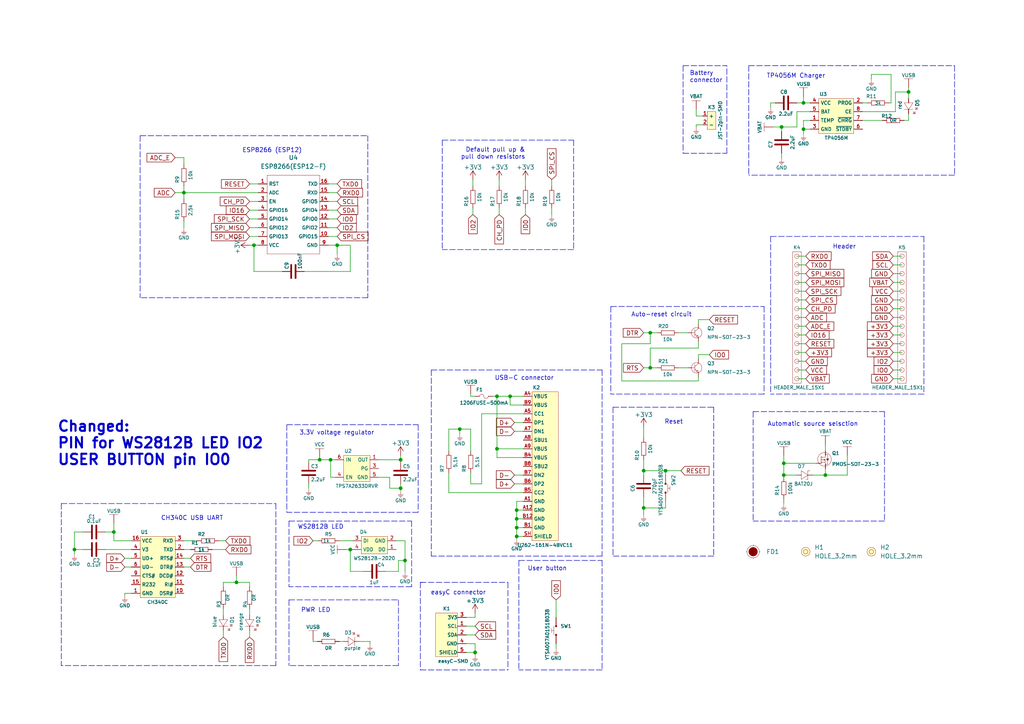
<source format=kicad_sch>
(kicad_sch (version 20210126) (generator eeschema)
  (paper "A4")
  (lib_symbols
    (symbol "e-radionica.com schematics:0402LED" (pin_numbers hide) (pin_names (offset 0.254) hide)
      (property "Reference" "D" (at -0.635 2.54 0))
      (property "Value" "0402LED" (at 0 -2.54 0))
      (symbol "0402LED_1_1"
        (pin passive line (at -1.905 0 0) (length 1.27) (name "A") (number "1"))
        (pin passive line (at 2.54 0 180) (length 1.27) (name "K") (number "2"))
      )
    )
    (symbol "e-radionica.com schematics:0402LED_1" (pin_numbers hide) (pin_names (offset 0.254) hide)
      (property "Reference" "D" (at -0.635 2.54 0))
      (property "Value" "0402LED" (at 0 -2.54 0))
      (symbol "0402LED_1_1_1"
        (pin passive line (at -1.905 0 0) (length 1.27) (name "A") (number "1"))
        (pin passive line (at 2.54 0 180) (length 1.27) (name "K") (number "2"))
      )
    )
    (symbol "e-radionica.com schematics:0402LED_3" (pin_numbers hide) (pin_names (offset 0.254) hide)
      (property "Reference" "D" (at -0.635 2.54 0))
      (property "Value" "0402LED" (at 0 -2.54 0))
      (symbol "0402LED_3_1_1"
        (pin passive line (at -1.905 0 0) (length 1.27) (name "A") (number "1"))
        (pin passive line (at 2.54 0 180) (length 1.27) (name "K") (number "2"))
      )
    )
    (symbol "e-radionica.com schematics:0402R" (pin_numbers hide) (pin_names (offset 0.254))
      (property "Reference" "R" (at -1.905 1.27 0))
      (property "Value" "0402R" (at 0 -1.27 0))
      (symbol "0402R_1_1"
        (pin passive line (at -3.175 0 0) (length 1.27) (name "~") (number "1"))
        (pin passive line (at 3.175 0 180) (length 1.27) (name "~") (number "2"))
      )
    )
    (symbol "e-radionica.com schematics:0402R_1" (pin_numbers hide) (pin_names (offset 0.254))
      (property "Reference" "R" (at -1.905 1.27 0))
      (property "Value" "0402R" (at 0 -1.27 0))
      (symbol "0402R_1_1_1"
        (pin passive line (at -3.175 0 0) (length 1.27) (name "~") (number "1"))
        (pin passive line (at 3.175 0 180) (length 1.27) (name "~") (number "2"))
      )
    )
    (symbol "e-radionica.com schematics:0402R_2" (pin_numbers hide) (pin_names (offset 0.254))
      (property "Reference" "R" (at -1.905 1.27 0))
      (property "Value" "0402R" (at 0 -1.27 0))
      (symbol "0402R_2_1_1"
        (pin passive line (at -3.175 0 0) (length 1.27) (name "~") (number "1"))
        (pin passive line (at 3.175 0 180) (length 1.27) (name "~") (number "2"))
      )
    )
    (symbol "e-radionica.com schematics:0603C" (pin_numbers hide) (pin_names (offset 0.002))
      (property "Reference" "C" (at -0.635 3.175 0))
      (property "Value" "0603C" (at 0 -3.175 0))
      (symbol "0603C_1_1"
        (pin passive line (at 3.175 0 180) (length 2.54) (name "~") (number "2"))
        (pin passive line (at -3.175 0 0) (length 2.54) (name "~") (number "1"))
      )
    )
    (symbol "e-radionica.com schematics:0603C_3" (pin_numbers hide) (pin_names (offset 0.002))
      (property "Reference" "C" (at -0.635 3.175 0))
      (property "Value" "0603C" (at 0 -3.175 0))
      (symbol "0603C_3_1_1"
        (pin passive line (at 3.175 0 180) (length 2.54) (name "~") (number "2"))
        (pin passive line (at -3.175 0 0) (length 2.54) (name "~") (number "1"))
      )
    )
    (symbol "e-radionica.com schematics:0603C_4" (pin_numbers hide) (pin_names (offset 0.002))
      (property "Reference" "C" (at -0.635 3.175 0))
      (property "Value" "0603C" (at 0 -3.175 0))
      (symbol "0603C_4_1_1"
        (pin passive line (at 3.175 0 180) (length 2.54) (name "~") (number "2"))
        (pin passive line (at -3.175 0 0) (length 2.54) (name "~") (number "1"))
      )
    )
    (symbol "e-radionica.com schematics:0603C_5" (pin_numbers hide) (pin_names (offset 0.002))
      (property "Reference" "C" (at -0.635 3.175 0))
      (property "Value" "0603C" (at 0 -3.175 0))
      (symbol "0603C_5_1_1"
        (pin passive line (at 3.175 0 180) (length 2.54) (name "~") (number "2"))
        (pin passive line (at -3.175 0 0) (length 2.54) (name "~") (number "1"))
      )
    )
    (symbol "e-radionica.com schematics:0603R" (pin_numbers hide) (pin_names (offset 0.254))
      (property "Reference" "R" (at -1.905 1.905 0))
      (property "Value" "0603R" (at 0 -1.905 0))
      (symbol "0603R_1_1"
        (pin passive line (at -3.175 0 0) (length 1.27) (name "~") (number "1"))
        (pin passive line (at 3.175 0 180) (length 1.27) (name "~") (number "2"))
      )
    )
    (symbol "e-radionica.com schematics:0603R_1" (pin_numbers hide) (pin_names (offset 0.254))
      (property "Reference" "R" (at -1.905 1.905 0))
      (property "Value" "0603R" (at 0 -1.905 0))
      (symbol "0603R_1_1_1"
        (pin passive line (at -3.175 0 0) (length 1.27) (name "~") (number "1"))
        (pin passive line (at 3.175 0 180) (length 1.27) (name "~") (number "2"))
      )
    )
    (symbol "e-radionica.com schematics:0603R_2" (pin_numbers hide) (pin_names (offset 0.254))
      (property "Reference" "R" (at -1.905 1.905 0))
      (property "Value" "0603R" (at 0 -1.905 0))
      (symbol "0603R_2_1_1"
        (pin passive line (at -3.175 0 0) (length 1.27) (name "~") (number "1"))
        (pin passive line (at 3.175 0 180) (length 1.27) (name "~") (number "2"))
      )
    )
    (symbol "e-radionica.com schematics:0603R_3" (pin_numbers hide) (pin_names (offset 0.254))
      (property "Reference" "R" (at -1.905 1.905 0))
      (property "Value" "0603R" (at 0 -1.905 0))
      (symbol "0603R_3_1_1"
        (pin passive line (at -3.175 0 0) (length 1.27) (name "~") (number "1"))
        (pin passive line (at 3.175 0 180) (length 1.27) (name "~") (number "2"))
      )
    )
    (symbol "e-radionica.com schematics:0603R_4" (pin_numbers hide) (pin_names (offset 0.254))
      (property "Reference" "R" (at -1.905 1.905 0))
      (property "Value" "0603R" (at 0 -1.905 0))
      (symbol "0603R_4_1_1"
        (pin passive line (at -3.175 0 0) (length 1.27) (name "~") (number "1"))
        (pin passive line (at 3.175 0 180) (length 1.27) (name "~") (number "2"))
      )
    )
    (symbol "e-radionica.com schematics:0603R_5" (pin_numbers hide) (pin_names (offset 0.254))
      (property "Reference" "R" (at -1.905 1.905 0))
      (property "Value" "0603R" (at 0 -1.905 0))
      (symbol "0603R_5_1_1"
        (pin passive line (at -3.175 0 0) (length 1.27) (name "~") (number "1"))
        (pin passive line (at 3.175 0 180) (length 1.27) (name "~") (number "2"))
      )
    )
    (symbol "e-radionica.com schematics:1206FUSE" (pin_numbers hide) (pin_names hide)
      (property "Reference" "F" (at -1.27 1.905 0))
      (property "Value" "1206FUSE" (at 0 -1.905 0))
      (symbol "1206FUSE_1_1"
        (pin passive line (at -2.54 0 0) (length 1.27) (name "~") (number "1"))
        (pin passive line (at 2.54 0 180) (length 1.27) (name "~") (number "2"))
      )
    )
    (symbol "e-radionica.com schematics:BAT20J" (pin_numbers hide) (pin_names hide)
      (property "Reference" "D" (at 0 2.54 0))
      (property "Value" "BAT20J" (at 0 -2.54 0))
      (symbol "BAT20J_1_1"
        (pin passive line (at -1.905 0 0) (length 1.27) (name "A") (number "1"))
        (pin passive line (at 2.54 0 180) (length 1.27) (name "K") (number "2"))
      )
    )
    (symbol "e-radionica.com schematics:CH340C"
      (property "Reference" "U" (at -3.81 10.16 0))
      (property "Value" "CH340C" (at 0 -10.16 0))
      (symbol "CH340C_1_1"
        (pin passive line (at -7.62 7.62 0) (length 2.54) (name "VCC") (number "16"))
        (pin passive line (at -7.62 5.08 0) (length 2.54) (name "V3") (number "4"))
        (pin passive line (at -7.62 2.54 0) (length 2.54) (name "UD+") (number "5"))
        (pin passive line (at -7.62 0 0) (length 2.54) (name "UD-") (number "6"))
        (pin passive line (at -7.62 -2.54 0) (length 2.54) (name "CTS#") (number "9"))
        (pin passive line (at -7.62 -5.08 0) (length 2.54) (name "R232") (number "15"))
        (pin passive line (at -7.62 -7.62 0) (length 2.54) (name "GND") (number "1"))
        (pin passive line (at 7.62 -7.62 180) (length 2.54) (name "DSR#") (number "10"))
        (pin passive line (at 7.62 -5.08 180) (length 2.54) (name "RI#") (number "11"))
        (pin passive line (at 7.62 -2.54 180) (length 2.54) (name "DCD#") (number "12"))
        (pin passive line (at 7.62 0 180) (length 2.54) (name "DTR#") (number "13"))
        (pin passive line (at 7.62 2.54 180) (length 2.54) (name "RTS#") (number "14"))
        (pin passive line (at 7.62 5.08 180) (length 2.54) (name "TXD") (number "2"))
        (pin passive line (at 7.62 7.62 180) (length 2.54) (name "RXD") (number "3"))
      )
    )
    (symbol "e-radionica.com schematics:ESP8266(ESP12-F)"
      (property "Reference" "U" (at 0 12.7 0))
      (property "Value" "ESP8266(ESP12-F)" (at 0 -12.7 0))
      (symbol "ESP8266(ESP12-F)_1_1"
        (pin input line (at -10.16 8.89 0) (length 2.54) (name "RST") (number "1"))
        (pin input line (at -10.16 6.35 0) (length 2.54) (name "ADC") (number "2"))
        (pin input line (at -10.16 3.81 0) (length 2.54) (name "EN") (number "3"))
        (pin input line (at -10.16 1.27 0) (length 2.54) (name "GPIO16") (number "4"))
        (pin input line (at -10.16 -1.27 0) (length 2.54) (name "GPIO14") (number "5"))
        (pin input line (at -10.16 -3.81 0) (length 2.54) (name "GPIO12") (number "6"))
        (pin input line (at -10.16 -6.35 0) (length 2.54) (name "GPIO13") (number "7"))
        (pin input line (at -10.16 -8.89 0) (length 2.54) (name "VCC") (number "8"))
        (pin input line (at 10.16 -8.89 180) (length 2.54) (name "GND") (number "9"))
        (pin input line (at 10.16 -6.35 180) (length 2.54) (name "GPIO15") (number "10"))
        (pin input line (at 10.16 -3.81 180) (length 2.54) (name "GPIO2") (number "11"))
        (pin input line (at 10.16 -1.27 180) (length 2.54) (name "GPIO0") (number "12"))
        (pin input line (at 10.16 1.27 180) (length 2.54) (name "GPIO4") (number "13"))
        (pin input line (at 10.16 3.81 180) (length 2.54) (name "GPIO5") (number "14"))
        (pin input line (at 10.16 6.35 180) (length 2.54) (name "RXD") (number "15"))
        (pin input line (at 10.16 8.89 180) (length 2.54) (name "TXD") (number "16"))
      )
    )
    (symbol "e-radionica.com schematics:Fiducial_Stencil" (pin_numbers hide) (pin_names hide)
      (property "Reference" "FD?" (at 0 3.048 0))
    )
    (symbol "e-radionica.com schematics:GND" (power) (pin_names (offset 0))
      (property "Value" "GND" (at 0 -2.921 0))
      (symbol "GND_1_1"
        (pin power_in line (at 0 0 270) (length 0) hide (name "GND") (number "1"))
      )
    )
    (symbol "e-radionica.com schematics:GND_1" (power) (pin_names (offset 0))
      (property "Value" "GND" (at 0 -2.921 0))
      (symbol "GND_1_1_1"
        (pin power_in line (at 0 0 270) (length 0) hide (name "GND") (number "1"))
      )
    )
    (symbol "e-radionica.com schematics:GND_2" (power) (pin_names (offset 0))
      (property "Value" "GND" (at 0 -2.921 0))
      (symbol "GND_2_1_1"
        (pin power_in line (at 0 0 270) (length 0) hide (name "GND") (number "1"))
      )
    )
    (symbol "e-radionica.com schematics:GND_3" (power) (pin_names (offset 0))
      (property "Value" "GND" (at 0 -2.921 0))
      (symbol "GND_3_1_1"
        (pin power_in line (at 0 0 270) (length 0) hide (name "GND") (number "1"))
      )
    )
    (symbol "e-radionica.com schematics:GND_4" (power) (pin_names (offset 0))
      (property "Value" "GND" (at 0 -2.921 0))
      (symbol "GND_4_1_1"
        (pin power_in line (at 0 0 270) (length 0) hide (name "GND") (number "1"))
      )
    )
    (symbol "e-radionica.com schematics:GND_5" (power) (pin_names (offset 0))
      (property "Value" "GND" (at 0 -2.921 0))
      (symbol "GND_5_1_1"
        (pin power_in line (at 0 0 270) (length 0) hide (name "GND") (number "1"))
      )
    )
    (symbol "e-radionica.com schematics:GND_7" (power) (pin_names (offset 0))
      (property "Value" "GND" (at 0 -2.921 0))
      (symbol "GND_7_1_1"
        (pin power_in line (at 0 0 270) (length 0) hide (name "GND") (number "1"))
      )
    )
    (symbol "e-radionica.com schematics:GND_8" (power) (pin_names (offset 0))
      (property "Value" "GND" (at 0 -2.921 0))
      (symbol "GND_8_1_1"
        (pin power_in line (at 0 0 270) (length 0) hide (name "GND") (number "1"))
      )
    )
    (symbol "e-radionica.com schematics:HEADER_MALE_15X1" (pin_numbers hide) (pin_names hide)
      (property "Reference" "K" (at -0.635 20.32 0))
      (property "Value" "HEADER_MALE_15X1" (at 1.27 -20.32 0))
      (symbol "HEADER_MALE_15X1_1_1"
        (pin passive line (at 0 -17.78 180) (length 0) (name "~") (number "1"))
        (pin passive line (at 0 -15.24 180) (length 0) (name "~") (number "2"))
        (pin passive line (at 0 -12.7 180) (length 0) (name "~") (number "3"))
        (pin passive line (at 0 -10.16 180) (length 0) (name "~") (number "4"))
        (pin passive line (at 0 -7.62 180) (length 0) (name "~") (number "5"))
        (pin passive line (at 0 -5.08 180) (length 0) (name "~") (number "6"))
        (pin passive line (at 0 -2.54 180) (length 0) (name "~") (number "7"))
        (pin passive line (at 0 0 180) (length 0) (name "~") (number "8"))
        (pin passive line (at 0 2.54 180) (length 0) (name "~") (number "9"))
        (pin passive line (at 0 5.08 180) (length 0) (name "~") (number "10"))
        (pin passive line (at 0 7.62 180) (length 0) (name "~") (number "11"))
        (pin passive line (at 0 10.16 180) (length 0) (name "~") (number "12"))
        (pin passive line (at 0 12.7 180) (length 0) (name "~") (number "13"))
        (pin passive line (at 0 15.24 180) (length 0) (name "~") (number "14"))
        (pin passive line (at 0 17.78 180) (length 0) (name "~") (number "15"))
      )
    )
    (symbol "e-radionica.com schematics:HOLE_3.2mm" (pin_numbers hide) (pin_names hide)
      (property "Reference" "H" (at 0 2.54 0))
      (property "Value" "HOLE_3.2mm" (at 0 -2.54 0))
    )
    (symbol "e-radionica.com schematics:JST-2pin-SMD"
      (property "Reference" "K" (at -1.27 5.08 0))
      (property "Value" "JST-2pin-SMD" (at 0 -2.54 0))
      (symbol "JST-2pin-SMD_1_1"
        (pin passive line (at 1.27 0 180) (length 1.27) (name "+") (number "1"))
        (pin passive line (at 1.27 2.54 180) (length 1.27) (name "-") (number "2"))
      )
    )
    (symbol "e-radionica.com schematics:NPN-SOT-23-3" (pin_numbers hide) (pin_names hide)
      (property "Reference" "Q" (at -2.286 2.921 0))
      (property "Value" "NPN-SOT-23-3" (at 0 -3.81 0))
      (symbol "NPN-SOT-23-3_1_1"
        (pin passive line (at -3.175 0 0) (length 1.27) (name "B") (number "1"))
        (pin passive line (at 0 -2.54 90) (length 1.27) (name "E") (number "2"))
        (pin passive line (at 0 2.54 270) (length 1.27) (name "C") (number "3"))
      )
    )
    (symbol "e-radionica.com schematics:PMOS-SOT-23-3" (pin_numbers hide) (pin_names hide)
      (property "Reference" "Q" (at -0.762 3.302 0))
      (property "Value" "PMOS-SOT-23-3" (at 0.381 -4.064 0))
      (symbol "PMOS-SOT-23-3_1_1"
        (pin passive line (at -1.27 -1.016 0) (length 1.27) (name "G") (number "1"))
        (pin passive line (at 1.27 -2.54 90) (length 1.27) (name "S") (number "2"))
        (pin passive line (at 1.27 2.54 270) (length 1.27) (name "D") (number "3"))
      )
    )
    (symbol "e-radionica.com schematics:TP4056M"
      (property "Reference" "U" (at -3.81 5.08 0))
      (property "Value" "TP4056M" (at 0 -7.62 0))
      (symbol "TP4056M_1_1"
        (pin passive line (at -7.62 2.54 0) (length 2.54) (name "VCC") (number "4"))
        (pin passive line (at -7.62 0 0) (length 2.54) (name "BAT") (number "5"))
        (pin passive line (at -7.62 -2.54 0) (length 2.54) (name "TEMP") (number "1"))
        (pin passive line (at -7.62 -5.08 0) (length 2.54) (name "GND") (number "3"))
        (pin passive line (at 7.62 -5.08 180) (length 2.54) (name "~STDBY") (number "6"))
        (pin passive line (at 7.62 -2.54 180) (length 2.54) (name "~CHRG") (number "7"))
        (pin passive line (at 7.62 0 180) (length 2.54) (name "CE") (number "8"))
        (pin passive line (at 7.62 2.54 180) (length 2.54) (name "PROG") (number "2"))
      )
    )
    (symbol "e-radionica.com schematics:TPS7A2633DRVR"
      (property "Reference" "U" (at -3.175 5.08 0))
      (property "Value" "TPS7A2633DRVR" (at 0 -5.08 0))
      (symbol "TPS7A2633DRVR_1_1"
        (pin passive line (at 6.35 2.54 180) (length 2.54) (name "OUT") (number "1"))
        (pin passive line (at 6.35 0 180) (length 2.54) (name "PG") (number "3"))
        (pin passive line (at 6.35 -2.54 180) (length 2.54) (name "GND") (number "5"))
        (pin passive line (at -6.35 2.54 0) (length 2.54) (name "IN") (number "6"))
        (pin passive line (at -6.35 -2.54 0) (length 2.54) (name "EN") (number "4"))
      )
    )
    (symbol "e-radionica.com schematics:U262-161N-4BVC11"
      (property "Reference" "K" (at 0 22.86 0))
      (property "Value" "U262-161N-4BVC11" (at 2.54 -22.86 0))
      (symbol "U262-161N-4BVC11_1_1"
        (pin passive line (at -3.81 20.32 0) (length 2.54) (name "VBUS") (number "A4"))
        (pin passive line (at -3.81 17.78 0) (length 2.54) (name "VBUS") (number "B9"))
        (pin passive line (at -3.81 15.24 0) (length 2.54) (name "CC1") (number "A5"))
        (pin passive line (at -3.81 12.7 0) (length 2.54) (name "DP1") (number "A6"))
        (pin passive line (at -3.81 10.16 0) (length 2.54) (name "DN1") (number "A7"))
        (pin passive line (at -3.81 7.62 0) (length 2.54) (name "SBU1") (number "A8"))
        (pin passive line (at -3.81 5.08 0) (length 2.54) (name "VBUS") (number "A9"))
        (pin passive line (at -3.81 2.54 0) (length 2.54) (name "VBUS") (number "B4"))
        (pin passive line (at -3.81 0 0) (length 2.54) (name "SBU2") (number "B8"))
        (pin passive line (at -3.81 -2.54 0) (length 2.54) (name "DN2") (number "B7"))
        (pin passive line (at -3.81 -5.08 0) (length 2.54) (name "DP2") (number "B6"))
        (pin passive line (at -3.81 -7.62 0) (length 2.54) (name "CC2") (number "B5"))
        (pin passive line (at -3.81 -10.16 0) (length 2.54) (name "GND") (number "A1"))
        (pin passive line (at -3.81 -12.7 0) (length 2.54) (name "GND") (number "A12"))
        (pin passive line (at -3.81 -15.24 0) (length 2.54) (name "GND") (number "B12"))
        (pin passive line (at -3.81 -17.78 0) (length 2.54) (name "GND") (number "B1"))
        (pin passive line (at -3.81 -20.32 0) (length 2.54) (name "SHIELD") (number "SH"))
      )
    )
    (symbol "e-radionica.com schematics:VBAT" (power) (pin_names (offset 0))
      (property "Value" "VBAT" (at 0 3.556 0))
      (symbol "VBAT_1_1"
        (pin power_in line (at 0 0 90) (length 0) hide (name "VBAT") (number "1"))
      )
    )
    (symbol "e-radionica.com schematics:VCC" (power) (pin_names (offset 0))
      (property "Value" "VCC" (at 0 3.556 0))
      (symbol "VCC_1_1"
        (pin power_in line (at 0 0 90) (length 0) hide (name "VCC") (number "1"))
      )
    )
    (symbol "e-radionica.com schematics:VUSB" (power) (pin_names (offset 0))
      (property "Value" "VUSB" (at 0 3.556 0))
      (symbol "VUSB_1_1"
        (pin power_in line (at 0 0 90) (length 0) hide (name "VUSB") (number "1"))
      )
    )
    (symbol "e-radionica.com schematics:VUSB_1" (power) (pin_names (offset 0))
      (property "Value" "VUSB" (at 0 3.556 0))
      (symbol "VUSB_1_1_1"
        (pin power_in line (at 0 0 90) (length 0) hide (name "VUSB") (number "1"))
      )
    )
    (symbol "e-radionica.com schematics:VUSB_2" (power) (pin_names (offset 0))
      (property "Value" "VUSB" (at 0 3.556 0))
      (symbol "VUSB_2_1_1"
        (pin power_in line (at 0 0 90) (length 0) hide (name "VUSB") (number "1"))
      )
    )
    (symbol "e-radionica.com schematics:VUSB_3" (power) (pin_names (offset 0))
      (property "Value" "VUSB" (at 0 3.556 0))
      (symbol "VUSB_3_1_1"
        (pin power_in line (at 0 0 90) (length 0) hide (name "VUSB") (number "1"))
      )
    )
    (symbol "e-radionica.com schematics:VUSB_4" (power) (pin_names (offset 0))
      (property "Value" "VUSB" (at 0 3.556 0))
      (symbol "VUSB_4_1_1"
        (pin power_in line (at 0 0 90) (length 0) hide (name "VUSB") (number "1"))
      )
    )
    (symbol "e-radionica.com schematics:WS2812B-2020"
      (property "Reference" "D" (at -2.54 3.81 0))
      (property "Value" "WS2812B-2020" (at 0 -3.81 0))
      (symbol "WS2812B-2020_1_1"
        (pin passive line (at -6.35 1.27 0) (length 2.54) (name "DI") (number "3"))
        (pin passive line (at -6.35 -1.27 0) (length 2.54) (name "VDD") (number "4"))
        (pin passive line (at 6.35 -1.27 180) (length 2.54) (name "DO") (number "1"))
        (pin passive line (at 6.35 1.27 180) (length 2.54) (name "GND") (number "2"))
      )
    )
    (symbol "e-radionica.com schematics:YTSA007A0151803B" (pin_numbers hide) (pin_names hide)
      (property "Reference" "SW" (at -1.016 2.286 0))
      (property "Value" "YTSA007A0151803B" (at 1.778 -2.032 0))
      (symbol "YTSA007A0151803B_1_1"
        (pin passive line (at -2.54 0 0) (length 2.54) (name "~") (number "1"))
        (pin passive line (at 5.08 0 180) (length 2.54) (name "~") (number "2"))
      )
    )
    (symbol "e-radionica.com schematics:easyC-SMD" (pin_names (offset 0.002))
      (property "Reference" "K" (at -2.54 10.16 0))
      (property "Value" "easyC-SMD" (at 0 -5.08 0))
      (symbol "easyC-SMD_1_1"
        (pin passive line (at 5.715 5.08 180) (length 2.54) (name "SCL") (number "1"))
        (pin passive line (at 5.715 2.54 180) (length 2.54) (name "SDA") (number "2"))
        (pin passive line (at 5.715 7.62 180) (length 2.54) (name "3V3") (number "3"))
        (pin passive line (at 5.715 0 180) (length 2.54) (name "GND") (number "4"))
        (pin passive line (at 5.715 -2.54 180) (length 2.54) (name "SHIELD") (number "5"))
      )
    )
    (symbol "power:+3V3" (power) (pin_names (offset 0))
      (property "Value" "+3V3" (at 0 3.556 0))
      (symbol "+3V3_1_1"
        (pin power_in line (at 0 0 90) (length 0) hide (name "+3V3") (number "1"))
      )
    )
  )
  (junction (at 21.59 159.385) (diameter 0.9144))
  (junction (at 33.02 154.305) (diameter 0.9144))
  (junction (at 53.34 55.88) (diameter 0.9144))
  (junction (at 68.58 168.91) (diameter 0.9144))
  (junction (at 73.66 71.12) (diameter 0.9144))
  (junction (at 92.71 133.35) (diameter 0.9144))
  (junction (at 95.885 133.35) (diameter 0.9144))
  (junction (at 97.79 71.12) (diameter 0.9144))
  (junction (at 101.6 159.385) (diameter 0.9144))
  (junction (at 116.205 133.35) (diameter 0.9144))
  (junction (at 116.205 141.605) (diameter 0.9144))
  (junction (at 117.475 162.56) (diameter 0.9144))
  (junction (at 133.35 124.46) (diameter 0.9144))
  (junction (at 137.795 189.23) (diameter 0.9144))
  (junction (at 144.145 114.935) (diameter 0.9144))
  (junction (at 144.145 130.175) (diameter 0.9144))
  (junction (at 147.955 114.935) (diameter 0.9144))
  (junction (at 149.86 147.955) (diameter 0.9144))
  (junction (at 149.86 150.495) (diameter 0.9144))
  (junction (at 149.86 153.035) (diameter 0.9144))
  (junction (at 149.86 155.575) (diameter 0.9144))
  (junction (at 186.69 136.525) (diameter 0.9144))
  (junction (at 186.69 147.32) (diameter 0.9144))
  (junction (at 188.595 96.52) (diameter 0.9144))
  (junction (at 188.595 106.68) (diameter 0.9144))
  (junction (at 193.04 136.525) (diameter 0.9144))
  (junction (at 226.695 36.83) (diameter 0.9144))
  (junction (at 227.33 134.366) (diameter 0.9144))
  (junction (at 227.33 137.795) (diameter 0.9144))
  (junction (at 233.045 29.845) (diameter 0.9144))
  (junction (at 233.045 37.465) (diameter 0.9144))
  (junction (at 239.395 137.795) (diameter 0.9144))
  (junction (at 263.525 26.67) (diameter 0.9144))
  (wire (pts (xy 21.59 154.305) (xy 21.59 159.385)))
  (wire (pts (xy 21.59 159.385) (xy 21.59 160.655)))
  (wire (pts (xy 24.13 154.305) (xy 21.59 154.305)))
  (wire (pts (xy 24.13 159.385) (xy 21.59 159.385)))
  (wire (pts (xy 30.48 154.305) (xy 33.02 154.305)))
  (wire (pts (xy 30.48 159.385) (xy 38.1 159.385)))
  (wire (pts (xy 33.02 154.305) (xy 33.02 151.765)))
  (wire (pts (xy 33.02 156.845) (xy 33.02 154.305)))
  (wire (pts (xy 36.195 161.925) (xy 38.1 161.925)))
  (wire (pts (xy 36.195 164.465) (xy 38.1 164.465)))
  (wire (pts (xy 36.195 172.085) (xy 36.195 172.72)))
  (wire (pts (xy 38.1 156.845) (xy 33.02 156.845)))
  (wire (pts (xy 38.1 172.085) (xy 36.195 172.085)))
  (wire (pts (xy 50.8 45.72) (xy 53.34 45.72)))
  (wire (pts (xy 50.8 55.88) (xy 53.34 55.88)))
  (wire (pts (xy 53.34 47.625) (xy 53.34 45.72)))
  (wire (pts (xy 53.34 53.975) (xy 53.34 55.88)))
  (wire (pts (xy 53.34 55.88) (xy 53.34 57.785)))
  (wire (pts (xy 53.34 55.88) (xy 74.93 55.88)))
  (wire (pts (xy 53.34 64.135) (xy 53.34 66.04)))
  (wire (pts (xy 53.34 156.845) (xy 57.15 156.845)))
  (wire (pts (xy 53.34 159.385) (xy 55.245 159.385)))
  (wire (pts (xy 53.34 161.925) (xy 55.245 161.925)))
  (wire (pts (xy 53.34 164.465) (xy 55.245 164.465)))
  (wire (pts (xy 61.595 159.385) (xy 65.405 159.385)))
  (wire (pts (xy 63.5 156.845) (xy 65.405 156.845)))
  (wire (pts (xy 64.77 168.91) (xy 68.58 168.91)))
  (wire (pts (xy 64.77 170.18) (xy 64.77 168.91)))
  (wire (pts (xy 64.77 176.53) (xy 64.77 178.435)))
  (wire (pts (xy 64.77 182.88) (xy 64.77 184.785)))
  (wire (pts (xy 68.58 167.005) (xy 68.58 168.91)))
  (wire (pts (xy 72.39 53.34) (xy 74.93 53.34)))
  (wire (pts (xy 72.39 58.42) (xy 74.93 58.42)))
  (wire (pts (xy 72.39 60.96) (xy 74.93 60.96)))
  (wire (pts (xy 72.39 63.5) (xy 74.93 63.5)))
  (wire (pts (xy 72.39 66.04) (xy 74.93 66.04)))
  (wire (pts (xy 72.39 68.58) (xy 74.93 68.58)))
  (wire (pts (xy 72.39 71.12) (xy 73.66 71.12)))
  (wire (pts (xy 72.39 168.91) (xy 68.58 168.91)))
  (wire (pts (xy 72.39 170.18) (xy 72.39 168.91)))
  (wire (pts (xy 72.39 176.53) (xy 72.39 178.435)))
  (wire (pts (xy 72.39 182.88) (xy 72.39 184.785)))
  (wire (pts (xy 73.66 71.12) (xy 74.93 71.12)))
  (wire (pts (xy 73.66 78.74) (xy 73.66 71.12)))
  (wire (pts (xy 81.915 78.74) (xy 73.66 78.74)))
  (wire (pts (xy 88.265 78.74) (xy 101.6 78.74)))
  (wire (pts (xy 89.535 133.35) (xy 92.71 133.35)))
  (wire (pts (xy 89.535 133.985) (xy 89.535 133.35)))
  (wire (pts (xy 89.535 140.335) (xy 89.535 141.605)))
  (wire (pts (xy 90.805 156.845) (xy 92.075 156.845)))
  (wire (pts (xy 90.805 186.055) (xy 90.805 185.42)))
  (wire (pts (xy 92.075 186.055) (xy 90.805 186.055)))
  (wire (pts (xy 92.71 133.35) (xy 92.71 132.715)))
  (wire (pts (xy 95.25 53.34) (xy 97.79 53.34)))
  (wire (pts (xy 95.25 55.88) (xy 97.79 55.88)))
  (wire (pts (xy 95.25 58.42) (xy 97.79 58.42)))
  (wire (pts (xy 95.25 60.96) (xy 97.79 60.96)))
  (wire (pts (xy 95.25 63.5) (xy 97.79 63.5)))
  (wire (pts (xy 95.25 66.04) (xy 97.79 66.04)))
  (wire (pts (xy 95.25 68.58) (xy 97.79 68.58)))
  (wire (pts (xy 95.25 71.12) (xy 97.79 71.12)))
  (wire (pts (xy 95.885 133.35) (xy 92.71 133.35)))
  (wire (pts (xy 95.885 138.43) (xy 95.885 133.35)))
  (wire (pts (xy 97.155 133.35) (xy 95.885 133.35)))
  (wire (pts (xy 97.155 138.43) (xy 95.885 138.43)))
  (wire (pts (xy 97.79 71.12) (xy 97.79 73.66)))
  (wire (pts (xy 98.425 156.845) (xy 102.235 156.845)))
  (wire (pts (xy 98.425 186.055) (xy 99.695 186.055)))
  (wire (pts (xy 100.33 159.385) (xy 101.6 159.385)))
  (wire (pts (xy 101.6 71.12) (xy 97.79 71.12)))
  (wire (pts (xy 101.6 78.74) (xy 101.6 71.12)))
  (wire (pts (xy 101.6 159.385) (xy 102.235 159.385)))
  (wire (pts (xy 101.6 165.735) (xy 101.6 159.385)))
  (wire (pts (xy 104.14 186.055) (xy 107.315 186.055)))
  (wire (pts (xy 105.41 165.735) (xy 101.6 165.735)))
  (wire (pts (xy 107.315 186.055) (xy 107.315 186.69)))
  (wire (pts (xy 109.855 133.35) (xy 116.205 133.35)))
  (wire (pts (xy 109.855 138.43) (xy 113.03 138.43)))
  (wire (pts (xy 111.76 165.735) (xy 115.57 165.735)))
  (wire (pts (xy 113.03 138.43) (xy 113.03 141.605)))
  (wire (pts (xy 113.03 141.605) (xy 116.205 141.605)))
  (wire (pts (xy 114.935 156.845) (xy 117.475 156.845)))
  (wire (pts (xy 115.57 162.56) (xy 117.475 162.56)))
  (wire (pts (xy 115.57 165.735) (xy 115.57 162.56)))
  (wire (pts (xy 116.205 132.08) (xy 116.205 133.35)))
  (wire (pts (xy 116.205 133.35) (xy 116.205 133.985)))
  (wire (pts (xy 116.205 140.335) (xy 116.205 141.605)))
  (wire (pts (xy 116.205 141.605) (xy 116.205 142.24)))
  (wire (pts (xy 117.475 156.845) (xy 117.475 162.56)))
  (wire (pts (xy 117.475 162.56) (xy 117.475 165.735)))
  (wire (pts (xy 130.175 124.46) (xy 130.175 130.81)))
  (wire (pts (xy 130.175 124.46) (xy 133.35 124.46)))
  (wire (pts (xy 130.175 137.16) (xy 130.175 142.875)))
  (wire (pts (xy 133.35 124.46) (xy 133.35 125.73)))
  (wire (pts (xy 133.35 124.46) (xy 136.525 124.46)))
  (wire (pts (xy 135.255 179.07) (xy 137.795 179.07)))
  (wire (pts (xy 135.255 181.61) (xy 137.795 181.61)))
  (wire (pts (xy 135.255 184.15) (xy 137.795 184.15)))
  (wire (pts (xy 135.255 186.69) (xy 137.795 186.69)))
  (wire (pts (xy 135.255 189.23) (xy 137.795 189.23)))
  (wire (pts (xy 136.525 114.935) (xy 136.525 114.3)))
  (wire (pts (xy 136.525 124.46) (xy 136.525 130.81)))
  (wire (pts (xy 136.525 137.16) (xy 136.525 140.335)))
  (wire (pts (xy 136.525 140.335) (xy 139.7 140.335)))
  (wire (pts (xy 137.16 52.07) (xy 137.16 53.975)))
  (wire (pts (xy 137.16 60.325) (xy 137.16 62.23)))
  (wire (pts (xy 137.795 114.935) (xy 136.525 114.935)))
  (wire (pts (xy 137.795 179.07) (xy 137.795 177.8)))
  (wire (pts (xy 137.795 186.69) (xy 137.795 189.23)))
  (wire (pts (xy 137.795 189.23) (xy 137.795 189.865)))
  (wire (pts (xy 139.7 120.015) (xy 151.765 120.015)))
  (wire (pts (xy 139.7 140.335) (xy 139.7 120.015)))
  (wire (pts (xy 142.875 114.935) (xy 144.145 114.935)))
  (wire (pts (xy 144.145 114.935) (xy 147.955 114.935)))
  (wire (pts (xy 144.145 130.175) (xy 144.145 114.935)))
  (wire (pts (xy 144.145 130.175) (xy 144.145 132.715)))
  (wire (pts (xy 144.145 130.175) (xy 151.765 130.175)))
  (wire (pts (xy 144.78 52.07) (xy 144.78 53.975)))
  (wire (pts (xy 144.78 60.325) (xy 144.78 62.23)))
  (wire (pts (xy 147.955 114.935) (xy 151.765 114.935)))
  (wire (pts (xy 147.955 117.475) (xy 147.955 114.935)))
  (wire (pts (xy 149.225 122.555) (xy 151.765 122.555)))
  (wire (pts (xy 149.225 125.095) (xy 151.765 125.095)))
  (wire (pts (xy 149.225 137.795) (xy 151.765 137.795)))
  (wire (pts (xy 149.225 140.335) (xy 151.765 140.335)))
  (wire (pts (xy 149.86 145.415) (xy 149.86 147.955)))
  (wire (pts (xy 149.86 147.955) (xy 149.86 150.495)))
  (wire (pts (xy 149.86 147.955) (xy 151.765 147.955)))
  (wire (pts (xy 149.86 150.495) (xy 149.86 153.035)))
  (wire (pts (xy 149.86 150.495) (xy 151.765 150.495)))
  (wire (pts (xy 149.86 153.035) (xy 149.86 155.575)))
  (wire (pts (xy 149.86 153.035) (xy 151.765 153.035)))
  (wire (pts (xy 149.86 155.575) (xy 149.86 156.21)))
  (wire (pts (xy 151.765 117.475) (xy 147.955 117.475)))
  (wire (pts (xy 151.765 132.715) (xy 144.145 132.715)))
  (wire (pts (xy 151.765 142.875) (xy 130.175 142.875)))
  (wire (pts (xy 151.765 145.415) (xy 149.86 145.415)))
  (wire (pts (xy 151.765 155.575) (xy 149.86 155.575)))
  (wire (pts (xy 152.4 52.07) (xy 152.4 53.975)))
  (wire (pts (xy 152.4 60.325) (xy 152.4 62.23)))
  (wire (pts (xy 160.02 52.07) (xy 160.02 53.975)))
  (wire (pts (xy 160.02 60.325) (xy 160.02 62.23)))
  (wire (pts (xy 161.29 173.99) (xy 161.29 179.07)))
  (wire (pts (xy 161.29 186.69) (xy 161.29 187.96)))
  (wire (pts (xy 180.34 99.695) (xy 188.595 99.695)))
  (wire (pts (xy 180.34 110.49) (xy 180.34 99.695)))
  (wire (pts (xy 186.69 96.52) (xy 188.595 96.52)))
  (wire (pts (xy 186.69 106.68) (xy 188.595 106.68)))
  (wire (pts (xy 186.69 123.825) (xy 186.69 127)))
  (wire (pts (xy 186.69 133.35) (xy 186.69 136.525)))
  (wire (pts (xy 186.69 136.525) (xy 186.69 137.795)))
  (wire (pts (xy 186.69 136.525) (xy 193.04 136.525)))
  (wire (pts (xy 186.69 144.145) (xy 186.69 147.32)))
  (wire (pts (xy 186.69 147.32) (xy 186.69 149.225)))
  (wire (pts (xy 186.69 147.32) (xy 193.04 147.32)))
  (wire (pts (xy 188.595 96.52) (xy 190.5 96.52)))
  (wire (pts (xy 188.595 99.695) (xy 188.595 96.52)))
  (wire (pts (xy 188.595 100.965) (xy 188.595 106.68)))
  (wire (pts (xy 188.595 106.68) (xy 190.5 106.68)))
  (wire (pts (xy 193.04 136.525) (xy 193.04 137.795)))
  (wire (pts (xy 193.04 136.525) (xy 197.485 136.525)))
  (wire (pts (xy 193.04 145.415) (xy 193.04 147.32)))
  (wire (pts (xy 196.85 96.52) (xy 199.39 96.52)))
  (wire (pts (xy 196.85 106.68) (xy 199.39 106.68)))
  (wire (pts (xy 201.93 33.655) (xy 201.93 31.75)))
  (wire (pts (xy 201.93 36.195) (xy 201.93 36.83)))
  (wire (pts (xy 202.565 92.71) (xy 205.74 92.71)))
  (wire (pts (xy 202.565 93.98) (xy 202.565 92.71)))
  (wire (pts (xy 202.565 99.06) (xy 202.565 100.965)))
  (wire (pts (xy 202.565 100.965) (xy 188.595 100.965)))
  (wire (pts (xy 202.565 102.87) (xy 205.74 102.87)))
  (wire (pts (xy 202.565 104.14) (xy 202.565 102.87)))
  (wire (pts (xy 202.565 109.22) (xy 202.565 110.49)))
  (wire (pts (xy 202.565 110.49) (xy 180.34 110.49)))
  (wire (pts (xy 203.835 33.655) (xy 201.93 33.655)))
  (wire (pts (xy 203.835 36.195) (xy 201.93 36.195)))
  (wire (pts (xy 223.52 29.845) (xy 223.52 31.115)))
  (wire (pts (xy 224.155 36.83) (xy 226.695 36.83)))
  (wire (pts (xy 224.79 29.845) (xy 223.52 29.845)))
  (wire (pts (xy 226.695 36.83) (xy 226.695 38.1)))
  (wire (pts (xy 226.695 36.83) (xy 231.14 36.83)))
  (wire (pts (xy 226.695 44.45) (xy 226.695 45.72)))
  (wire (pts (xy 227.33 132.08) (xy 227.33 134.366)))
  (wire (pts (xy 227.33 134.366) (xy 227.33 137.795)))
  (wire (pts (xy 227.33 134.366) (xy 236.855 134.366)))
  (wire (pts (xy 227.33 137.795) (xy 227.33 138.43)))
  (wire (pts (xy 227.33 137.795) (xy 231.14 137.795)))
  (wire (pts (xy 227.33 144.78) (xy 227.33 146.05)))
  (wire (pts (xy 231.14 29.845) (xy 233.045 29.845)))
  (wire (pts (xy 231.14 32.385) (xy 231.14 36.83)))
  (wire (pts (xy 231.14 74.295) (xy 233.68 74.295)))
  (wire (pts (xy 231.14 76.835) (xy 233.68 76.835)))
  (wire (pts (xy 231.14 79.375) (xy 233.68 79.375)))
  (wire (pts (xy 231.14 81.915) (xy 233.68 81.915)))
  (wire (pts (xy 231.14 84.455) (xy 233.68 84.455)))
  (wire (pts (xy 231.14 86.995) (xy 233.68 86.995)))
  (wire (pts (xy 231.14 89.535) (xy 233.68 89.535)))
  (wire (pts (xy 231.14 92.075) (xy 233.68 92.075)))
  (wire (pts (xy 231.14 94.615) (xy 233.68 94.615)))
  (wire (pts (xy 231.14 97.155) (xy 233.68 97.155)))
  (wire (pts (xy 231.14 99.695) (xy 233.68 99.695)))
  (wire (pts (xy 231.14 102.235) (xy 233.68 102.235)))
  (wire (pts (xy 231.14 104.775) (xy 233.68 104.775)))
  (wire (pts (xy 231.14 107.315) (xy 233.68 107.315)))
  (wire (pts (xy 231.14 109.855) (xy 233.68 109.855)))
  (wire (pts (xy 233.045 29.845) (xy 233.045 27.94)))
  (wire (pts (xy 233.045 34.925) (xy 233.045 37.465)))
  (wire (pts (xy 233.045 37.465) (xy 233.045 38.735)))
  (wire (pts (xy 234.95 29.845) (xy 233.045 29.845)))
  (wire (pts (xy 234.95 32.385) (xy 231.14 32.385)))
  (wire (pts (xy 234.95 34.925) (xy 233.045 34.925)))
  (wire (pts (xy 234.95 37.465) (xy 233.045 37.465)))
  (wire (pts (xy 235.585 137.795) (xy 239.395 137.795)))
  (wire (pts (xy 239.395 128.905) (xy 239.395 130.81)))
  (wire (pts (xy 239.395 137.795) (xy 239.395 135.89)))
  (wire (pts (xy 239.395 137.795) (xy 245.745 137.795)))
  (wire (pts (xy 245.745 132.08) (xy 245.745 137.795)))
  (wire (pts (xy 250.19 29.845) (xy 251.46 29.845)))
  (wire (pts (xy 250.19 32.385) (xy 259.715 32.385)))
  (wire (pts (xy 250.19 34.925) (xy 255.905 34.925)))
  (wire (pts (xy 252.73 21.59) (xy 252.73 22.86)))
  (wire (pts (xy 257.81 29.845) (xy 258.445 29.845)))
  (wire (pts (xy 258.445 21.59) (xy 252.73 21.59)))
  (wire (pts (xy 258.445 29.845) (xy 258.445 21.59)))
  (wire (pts (xy 259.08 74.295) (xy 261.62 74.295)))
  (wire (pts (xy 259.08 76.835) (xy 261.62 76.835)))
  (wire (pts (xy 259.08 79.375) (xy 261.62 79.375)))
  (wire (pts (xy 259.08 81.915) (xy 261.62 81.915)))
  (wire (pts (xy 259.08 84.455) (xy 261.62 84.455)))
  (wire (pts (xy 259.08 86.995) (xy 261.62 86.995)))
  (wire (pts (xy 259.08 89.535) (xy 261.62 89.535)))
  (wire (pts (xy 259.08 92.075) (xy 261.62 92.075)))
  (wire (pts (xy 259.08 94.615) (xy 261.62 94.615)))
  (wire (pts (xy 259.08 97.155) (xy 261.62 97.155)))
  (wire (pts (xy 259.08 99.695) (xy 261.62 99.695)))
  (wire (pts (xy 259.08 102.235) (xy 261.62 102.235)))
  (wire (pts (xy 259.08 104.775) (xy 261.62 104.775)))
  (wire (pts (xy 259.08 107.315) (xy 261.62 107.315)))
  (wire (pts (xy 259.08 109.855) (xy 261.62 109.855)))
  (wire (pts (xy 259.715 26.67) (xy 263.525 26.67)))
  (wire (pts (xy 259.715 32.385) (xy 259.715 26.67)))
  (wire (pts (xy 262.255 34.925) (xy 263.525 34.925)))
  (wire (pts (xy 263.525 25.4) (xy 263.525 26.67)))
  (wire (pts (xy 263.525 26.67) (xy 263.525 28.575)))
  (wire (pts (xy 263.525 34.925) (xy 263.525 33.02)))
  (polyline (pts (xy 17.78 146.05) (xy 17.78 193.04)) (stroke (width 0) (type dash)))
  (polyline (pts (xy 17.78 146.05) (xy 80.01 146.05)) (stroke (width 0) (type dash)))
  (polyline (pts (xy 40.64 39.37) (xy 40.64 86.36)) (stroke (width 0) (type dash)))
  (polyline (pts (xy 40.64 39.37) (xy 106.68 39.37)) (stroke (width 0) (type dash)))
  (polyline (pts (xy 80.01 146.05) (xy 80.01 193.04)) (stroke (width 0) (type dash)))
  (polyline (pts (xy 80.01 193.04) (xy 17.78 193.04)) (stroke (width 0) (type dash)))
  (polyline (pts (xy 83.185 123.19) (xy 83.185 148.59)) (stroke (width 0) (type dash)))
  (polyline (pts (xy 83.185 123.19) (xy 121.285 123.19)) (stroke (width 0) (type dash)))
  (polyline (pts (xy 83.82 151.13) (xy 83.82 170.18)) (stroke (width 0) (type dash)))
  (polyline (pts (xy 83.82 151.13) (xy 119.38 151.13)) (stroke (width 0) (type dash)))
  (polyline (pts (xy 83.82 173.99) (xy 83.82 193.04)) (stroke (width 0) (type dash)))
  (polyline (pts (xy 83.82 173.99) (xy 115.57 173.99)) (stroke (width 0) (type dash)))
  (polyline (pts (xy 106.68 39.37) (xy 106.68 86.36)) (stroke (width 0) (type dash)))
  (polyline (pts (xy 106.68 86.36) (xy 40.64 86.36)) (stroke (width 0) (type dash)))
  (polyline (pts (xy 115.57 173.99) (xy 115.57 193.04)) (stroke (width 0) (type dash)))
  (polyline (pts (xy 115.57 193.04) (xy 83.82 193.04)) (stroke (width 0) (type dash)))
  (polyline (pts (xy 119.38 151.13) (xy 119.38 170.18)) (stroke (width 0) (type dash)))
  (polyline (pts (xy 119.38 170.18) (xy 83.82 170.18)) (stroke (width 0) (type dash)))
  (polyline (pts (xy 121.285 123.19) (xy 121.285 148.59)) (stroke (width 0) (type dash)))
  (polyline (pts (xy 121.285 148.59) (xy 83.185 148.59)) (stroke (width 0) (type dash)))
  (polyline (pts (xy 121.92 168.91) (xy 121.92 194.31)) (stroke (width 0) (type dash)))
  (polyline (pts (xy 121.92 168.91) (xy 147.32 168.91)) (stroke (width 0) (type dash)))
  (polyline (pts (xy 121.92 194.31) (xy 147.32 194.31)) (stroke (width 0) (type dash)))
  (polyline (pts (xy 122.555 168.91) (xy 121.92 168.91)) (stroke (width 0) (type dash)))
  (polyline (pts (xy 125.095 107.315) (xy 125.095 161.29)) (stroke (width 0) (type dash)))
  (polyline (pts (xy 125.095 107.315) (xy 174.625 107.315)) (stroke (width 0) (type dash)))
  (polyline (pts (xy 128.27 40.64) (xy 128.27 72.39)) (stroke (width 0) (type dash)))
  (polyline (pts (xy 128.27 40.64) (xy 166.37 40.64)) (stroke (width 0) (type dash)))
  (polyline (pts (xy 147.32 168.91) (xy 147.32 194.31)) (stroke (width 0) (type dash)))
  (polyline (pts (xy 150.495 162.56) (xy 150.495 194.31)) (stroke (width 0) (type dash)))
  (polyline (pts (xy 150.495 162.56) (xy 174.625 162.56)) (stroke (width 0) (type dash)))
  (polyline (pts (xy 166.37 40.64) (xy 166.37 72.39)) (stroke (width 0) (type dash)))
  (polyline (pts (xy 166.37 72.39) (xy 128.27 72.39)) (stroke (width 0) (type dash)))
  (polyline (pts (xy 174.625 107.315) (xy 174.625 161.29)) (stroke (width 0) (type dash)))
  (polyline (pts (xy 174.625 161.29) (xy 125.095 161.29)) (stroke (width 0) (type dash)))
  (polyline (pts (xy 174.625 162.56) (xy 174.625 194.31)) (stroke (width 0) (type dash)))
  (polyline (pts (xy 174.625 194.31) (xy 150.495 194.31)) (stroke (width 0) (type dash)))
  (polyline (pts (xy 177.165 88.9) (xy 177.165 114.3)) (stroke (width 0) (type dash)))
  (polyline (pts (xy 177.165 88.9) (xy 221.615 88.9)) (stroke (width 0) (type dash)))
  (polyline (pts (xy 177.8 118.11) (xy 177.8 161.29)) (stroke (width 0) (type dash)))
  (polyline (pts (xy 177.8 118.11) (xy 207.01 118.11)) (stroke (width 0) (type dash)))
  (polyline (pts (xy 198.12 19.05) (xy 198.12 44.45)) (stroke (width 0) (type dash)))
  (polyline (pts (xy 198.12 19.05) (xy 210.82 19.05)) (stroke (width 0) (type dash)))
  (polyline (pts (xy 198.12 44.45) (xy 210.82 44.45)) (stroke (width 0) (type dash)))
  (polyline (pts (xy 207.01 118.11) (xy 207.01 161.29)) (stroke (width 0) (type dash)))
  (polyline (pts (xy 207.01 161.29) (xy 177.8 161.29)) (stroke (width 0) (type dash)))
  (polyline (pts (xy 210.82 44.45) (xy 210.82 19.05)) (stroke (width 0) (type dash)))
  (polyline (pts (xy 217.17 19.05) (xy 217.17 50.8)) (stroke (width 0) (type dash)))
  (polyline (pts (xy 217.17 19.05) (xy 276.86 19.05)) (stroke (width 0) (type dash)))
  (polyline (pts (xy 218.44 119.38) (xy 218.44 151.13)) (stroke (width 0) (type dash)))
  (polyline (pts (xy 218.44 119.38) (xy 256.54 119.38)) (stroke (width 0) (type dash)))
  (polyline (pts (xy 221.615 88.9) (xy 221.615 114.3)) (stroke (width 0) (type dash)))
  (polyline (pts (xy 221.615 114.3) (xy 177.165 114.3)) (stroke (width 0) (type dash)))
  (polyline (pts (xy 223.52 68.58) (xy 223.52 114.3)) (stroke (width 0) (type dash)))
  (polyline (pts (xy 223.52 68.58) (xy 267.97 68.58)) (stroke (width 0) (type dash)))
  (polyline (pts (xy 256.54 119.38) (xy 256.54 151.13)) (stroke (width 0) (type dash)))
  (polyline (pts (xy 256.54 151.13) (xy 218.44 151.13)) (stroke (width 0) (type dash)))
  (polyline (pts (xy 267.97 68.58) (xy 267.97 114.3)) (stroke (width 0) (type dash)))
  (polyline (pts (xy 267.97 114.3) (xy 223.52 114.3)) (stroke (width 0) (type dash)))
  (polyline (pts (xy 276.86 19.05) (xy 276.86 50.8)) (stroke (width 0) (type dash)))
  (polyline (pts (xy 276.86 50.8) (xy 217.17 50.8)) (stroke (width 0) (type dash)))
  (text "Changed:\nPIN for WS2812B LED IO2\nUSER BUTTON pin IO0" (at 16.51 135.255 0) (effects (font (size 3 3) (thickness 0.6) bold) (justify left bottom)))
  (text "CH340C USB UART" (at 64.77 151.13 180) (effects (font (size 1.27 1.27)) (justify right bottom)))
  (text "ESP8266 (ESP12)" (at 87.63 44.45 180) (effects (font (size 1.27 1.27)) (justify right bottom)))
  (text "PWR LED" (at 95.885 177.8 180) (effects (font (size 1.27 1.27)) (justify right bottom)))
  (text "WS2812B LED" (at 99.695 153.67 180) (effects (font (size 1.27 1.27)) (justify right bottom)))
  (text "3.3V voltage regulator" (at 108.585 126.365 180) (effects (font (size 1.27 1.27)) (justify right bottom)))
  (text "easyC connector" (at 140.97 172.72 180) (effects (font (size 1.27 1.27)) (justify right bottom)))
  (text "Default pull up &\npull down resistors" (at 152.4 46.355 180) (effects (font (size 1.27 1.27)) (justify right bottom)))
  (text "USB-C connector" (at 160.655 110.49 180) (effects (font (size 1.27 1.27)) (justify right bottom)))
  (text "User button\n" (at 164.465 165.735 180) (effects (font (size 1.27 1.27)) (justify right bottom)))
  (text "Reset" (at 198.12 123.19 180) (effects (font (size 1.27 1.27)) (justify right bottom)))
  (text "Battery\nconnector" (at 200.025 24.13 0) (effects (font (size 1.27 1.27)) (justify left bottom)))
  (text "Auto-reset circuit" (at 200.66 92.075 180) (effects (font (size 1.27 1.27)) (justify right bottom)))
  (text "TP4056M Charger\n" (at 239.395 22.86 180) (effects (font (size 1.27 1.27)) (justify right bottom)))
  (text "Header" (at 248.285 72.39 180) (effects (font (size 1.27 1.27)) (justify right bottom)))
  (text "Automatic source selsction" (at 248.92 123.825 180) (effects (font (size 1.27 1.27)) (justify right bottom)))
  (global_label "D+" (shape input) (at 36.195 161.925 180) (property "Intersheet References" "${INTERSHEET_REFS}" (effects hide)))
  (global_label "D-" (shape input) (at 36.195 164.465 180) (property "Intersheet References" "${INTERSHEET_REFS}" (effects hide)))
  (global_label "ADC_E" (shape input) (at 50.8 45.72 180) (property "Intersheet References" "${INTERSHEET_REFS}" (effects hide)))
  (global_label "ADC" (shape input) (at 50.8 55.88 180) (property "Intersheet References" "${INTERSHEET_REFS}" (effects hide)))
  (global_label "RTS" (shape input) (at 55.245 161.925 0) (property "Intersheet References" "${INTERSHEET_REFS}" (effects hide)))
  (global_label "DTR" (shape input) (at 55.245 164.465 0) (property "Intersheet References" "${INTERSHEET_REFS}" (effects hide)))
  (global_label "TXD0" (shape input) (at 64.77 184.785 270) (property "Intersheet References" "${INTERSHEET_REFS}" (effects hide)))
  (global_label "TXD0" (shape input) (at 65.405 156.845 0) (property "Intersheet References" "${INTERSHEET_REFS}" (effects hide)))
  (global_label "RXD0" (shape input) (at 65.405 159.385 0) (property "Intersheet References" "${INTERSHEET_REFS}" (effects hide)))
  (global_label "RESET" (shape input) (at 72.39 53.34 180) (property "Intersheet References" "${INTERSHEET_REFS}" (effects hide)))
  (global_label "CH_PD" (shape input) (at 72.39 58.42 180) (property "Intersheet References" "${INTERSHEET_REFS}" (effects hide)))
  (global_label "IO16" (shape input) (at 72.39 60.96 180) (property "Intersheet References" "${INTERSHEET_REFS}" (effects hide)))
  (global_label "SPI_SCK" (shape input) (at 72.39 63.5 180) (property "Intersheet References" "${INTERSHEET_REFS}" (effects hide)))
  (global_label "SPI_MISO" (shape input) (at 72.39 66.04 180) (property "Intersheet References" "${INTERSHEET_REFS}" (effects hide)))
  (global_label "SPI_MOSI" (shape input) (at 72.39 68.58 180) (property "Intersheet References" "${INTERSHEET_REFS}" (effects hide)))
  (global_label "RXD0" (shape input) (at 72.39 184.785 270) (property "Intersheet References" "${INTERSHEET_REFS}" (effects hide)))
  (global_label "IO2" (shape input) (at 90.805 156.845 180) (property "Intersheet References" "${INTERSHEET_REFS}" (effects hide)))
  (global_label "TXD0" (shape input) (at 97.79 53.34 0) (property "Intersheet References" "${INTERSHEET_REFS}" (effects hide)))
  (global_label "RXD0" (shape input) (at 97.79 55.88 0) (property "Intersheet References" "${INTERSHEET_REFS}" (effects hide)))
  (global_label "SCL" (shape input) (at 97.79 58.42 0) (property "Intersheet References" "${INTERSHEET_REFS}" (effects hide)))
  (global_label "SDA" (shape input) (at 97.79 60.96 0) (property "Intersheet References" "${INTERSHEET_REFS}" (effects hide)))
  (global_label "IO0" (shape input) (at 97.79 63.5 0) (property "Intersheet References" "${INTERSHEET_REFS}" (effects hide)))
  (global_label "IO2" (shape input) (at 97.79 66.04 0) (property "Intersheet References" "${INTERSHEET_REFS}" (effects hide)))
  (global_label "SPI_CS" (shape input) (at 97.79 68.58 0) (property "Intersheet References" "${INTERSHEET_REFS}" (effects hide)))
  (global_label "IO2" (shape input) (at 137.16 62.23 270) (property "Intersheet References" "${INTERSHEET_REFS}" (effects hide)))
  (global_label "SCL" (shape input) (at 137.795 181.61 0) (property "Intersheet References" "${INTERSHEET_REFS}" (effects hide)))
  (global_label "SDA" (shape input) (at 137.795 184.15 0) (property "Intersheet References" "${INTERSHEET_REFS}" (effects hide)))
  (global_label "CH_PD" (shape input) (at 144.78 62.23 270) (property "Intersheet References" "${INTERSHEET_REFS}" (effects hide)))
  (global_label "D+" (shape input) (at 149.225 122.555 180) (property "Intersheet References" "${INTERSHEET_REFS}" (effects hide)))
  (global_label "D-" (shape input) (at 149.225 125.095 180) (property "Intersheet References" "${INTERSHEET_REFS}" (effects hide)))
  (global_label "D-" (shape input) (at 149.225 137.795 180) (property "Intersheet References" "${INTERSHEET_REFS}" (effects hide)))
  (global_label "D+" (shape input) (at 149.225 140.335 180) (property "Intersheet References" "${INTERSHEET_REFS}" (effects hide)))
  (global_label "IO0" (shape input) (at 152.4 62.23 270) (property "Intersheet References" "${INTERSHEET_REFS}" (effects hide)))
  (global_label "SPI_CS" (shape input) (at 160.02 52.07 90) (property "Intersheet References" "${INTERSHEET_REFS}" (effects hide)))
  (global_label "IO0" (shape input) (at 161.29 173.99 90) (property "Intersheet References" "${INTERSHEET_REFS}" (effects hide)))
  (global_label "DTR" (shape input) (at 186.69 96.52 180) (property "Intersheet References" "${INTERSHEET_REFS}" (effects hide)))
  (global_label "RTS" (shape input) (at 186.69 106.68 180) (property "Intersheet References" "${INTERSHEET_REFS}" (effects hide)))
  (global_label "RESET" (shape input) (at 197.485 136.525 0) (property "Intersheet References" "${INTERSHEET_REFS}" (effects hide)))
  (global_label "RESET" (shape input) (at 205.74 92.71 0) (property "Intersheet References" "${INTERSHEET_REFS}" (effects hide)))
  (global_label "IO0" (shape input) (at 205.74 102.87 0) (property "Intersheet References" "${INTERSHEET_REFS}" (effects hide)))
  (global_label "RXD0" (shape input) (at 233.68 74.295 0) (property "Intersheet References" "${INTERSHEET_REFS}" (effects hide)))
  (global_label "TXD0" (shape input) (at 233.68 76.835 0) (property "Intersheet References" "${INTERSHEET_REFS}" (effects hide)))
  (global_label "SPI_MISO" (shape input) (at 233.68 79.375 0) (property "Intersheet References" "${INTERSHEET_REFS}" (effects hide)))
  (global_label "SPI_MOSI" (shape input) (at 233.68 81.915 0) (property "Intersheet References" "${INTERSHEET_REFS}" (effects hide)))
  (global_label "SPI_SCK" (shape input) (at 233.68 84.455 0) (property "Intersheet References" "${INTERSHEET_REFS}" (effects hide)))
  (global_label "SPI_CS" (shape input) (at 233.68 86.995 0) (property "Intersheet References" "${INTERSHEET_REFS}" (effects hide)))
  (global_label "CH_PD" (shape input) (at 233.68 89.535 0) (property "Intersheet References" "${INTERSHEET_REFS}" (effects hide)))
  (global_label "ADC" (shape input) (at 233.68 92.075 0) (property "Intersheet References" "${INTERSHEET_REFS}" (effects hide)))
  (global_label "ADC_E" (shape input) (at 233.68 94.615 0) (property "Intersheet References" "${INTERSHEET_REFS}" (effects hide)))
  (global_label "IO16" (shape input) (at 233.68 97.155 0) (property "Intersheet References" "${INTERSHEET_REFS}" (effects hide)))
  (global_label "RESET" (shape input) (at 233.68 99.695 0) (property "Intersheet References" "${INTERSHEET_REFS}" (effects hide)))
  (global_label "+3V3" (shape input) (at 233.68 102.235 0) (property "Intersheet References" "${INTERSHEET_REFS}" (effects hide)))
  (global_label "GND" (shape input) (at 233.68 104.775 0) (property "Intersheet References" "${INTERSHEET_REFS}" (effects hide)))
  (global_label "VCC" (shape input) (at 233.68 107.315 0) (property "Intersheet References" "${INTERSHEET_REFS}" (effects hide)))
  (global_label "VBAT" (shape input) (at 233.68 109.855 0) (property "Intersheet References" "${INTERSHEET_REFS}" (effects hide)))
  (global_label "SDA" (shape input) (at 259.08 74.295 180) (property "Intersheet References" "${INTERSHEET_REFS}" (effects hide)))
  (global_label "SCL" (shape input) (at 259.08 76.835 180) (property "Intersheet References" "${INTERSHEET_REFS}" (effects hide)))
  (global_label "GND" (shape input) (at 259.08 79.375 180) (property "Intersheet References" "${INTERSHEET_REFS}" (effects hide)))
  (global_label "VBAT" (shape input) (at 259.08 81.915 180) (property "Intersheet References" "${INTERSHEET_REFS}" (effects hide)))
  (global_label "VCC" (shape input) (at 259.08 84.455 180) (property "Intersheet References" "${INTERSHEET_REFS}" (effects hide)))
  (global_label "GND" (shape input) (at 259.08 86.995 180) (property "Intersheet References" "${INTERSHEET_REFS}" (effects hide)))
  (global_label "GND" (shape input) (at 259.08 89.535 180) (property "Intersheet References" "${INTERSHEET_REFS}" (effects hide)))
  (global_label "GND" (shape input) (at 259.08 92.075 180) (property "Intersheet References" "${INTERSHEET_REFS}" (effects hide)))
  (global_label "+3V3" (shape input) (at 259.08 94.615 180) (property "Intersheet References" "${INTERSHEET_REFS}" (effects hide)))
  (global_label "+3V3" (shape input) (at 259.08 97.155 180) (property "Intersheet References" "${INTERSHEET_REFS}" (effects hide)))
  (global_label "+3V3" (shape input) (at 259.08 99.695 180) (property "Intersheet References" "${INTERSHEET_REFS}" (effects hide)))
  (global_label "+3V3" (shape input) (at 259.08 102.235 180) (property "Intersheet References" "${INTERSHEET_REFS}" (effects hide)))
  (global_label "IO2" (shape input) (at 259.08 104.775 180) (property "Intersheet References" "${INTERSHEET_REFS}" (effects hide)))
  (global_label "IO0" (shape input) (at 259.08 107.315 180) (property "Intersheet References" "${INTERSHEET_REFS}" (effects hide)))
  (global_label "GND" (shape input) (at 259.08 109.855 180) (property "Intersheet References" "${INTERSHEET_REFS}" (effects hide)))
  (symbol (lib_name "e-radionica.com schematics:GND_2") (lib_id "e-radionica.com schematics:GND") (at 21.59 160.655 0) (unit 1)
    (property "Reference" "#PWR01" (effects hide))
    (property "Value" "GND" (at 21.59 163.576 0) (effects (font (size 1 1))))
  )
  (symbol (lib_name "e-radionica.com schematics:GND_7") (lib_id "e-radionica.com schematics:GND") (at 36.195 172.72 0) (unit 1)
    (property "Reference" "#PWR03" (effects hide))
    (property "Value" "GND" (at 36.195 175.641 0) (effects (font (size 1 1))))
  )
  (symbol (lib_name "e-radionica.com schematics:GND_4") (lib_id "e-radionica.com schematics:GND") (at 53.34 66.04 0) (unit 1)
    (property "Reference" "#PWR019" (effects hide))
    (property "Value" "GND" (at 53.34 68.961 0) (effects (font (size 1 1))))
  )
  (symbol (lib_name "e-radionica.com schematics:GND_3") (lib_id "e-radionica.com schematics:GND") (at 89.535 141.605 0) (unit 1)
    (property "Reference" "#PWR05" (effects hide))
    (property "Value" "GND" (at 89.535 144.526 0) (effects (font (size 1 1))))
  )
  (symbol (lib_name "e-radionica.com schematics:GND_4") (lib_id "e-radionica.com schematics:GND") (at 97.79 73.66 0) (unit 1)
    (property "Reference" "#PWR032" (effects hide))
    (property "Value" "GND" (at 97.79 76.581 0) (effects (font (size 1 1))))
  )
  (symbol (lib_name "e-radionica.com schematics:GND_3") (lib_id "e-radionica.com schematics:GND") (at 107.315 186.69 0) (unit 1)
    (property "Reference" "#PWR09" (effects hide))
    (property "Value" "GND" (at 107.315 189.611 0) (effects (font (size 1 1))))
  )
  (symbol (lib_name "e-radionica.com schematics:GND_3") (lib_id "e-radionica.com schematics:GND") (at 116.205 142.24 0) (unit 1)
    (property "Reference" "#PWR011" (effects hide))
    (property "Value" "GND" (at 116.205 145.161 0) (effects (font (size 1 1))))
  )
  (symbol (lib_id "e-radionica.com schematics:GND") (at 117.475 165.735 0) (unit 1)
    (property "Reference" "#PWR012" (effects hide))
    (property "Value" "GND" (at 117.475 168.656 0) (effects (font (size 1 1))))
  )
  (symbol (lib_name "e-radionica.com schematics:GND_5") (lib_id "e-radionica.com schematics:GND") (at 133.35 125.73 0) (unit 1)
    (property "Reference" "#PWR013" (effects hide))
    (property "Value" "GND" (at 133.35 128.651 0) (effects (font (size 1 1))))
  )
  (symbol (lib_name "e-radionica.com schematics:GND_3") (lib_id "e-radionica.com schematics:GND") (at 137.795 189.865 0) (unit 1)
    (property "Reference" "#PWR016" (effects hide))
    (property "Value" "GND" (at 137.795 192.786 0) (effects (font (size 1 1))))
  )
  (symbol (lib_name "e-radionica.com schematics:GND_1") (lib_id "e-radionica.com schematics:GND") (at 149.86 156.21 0) (unit 1)
    (property "Reference" "#PWR017" (effects hide))
    (property "Value" "GND" (at 149.86 159.131 0) (effects (font (size 1 1))))
  )
  (symbol (lib_name "e-radionica.com schematics:GND_4") (lib_id "e-radionica.com schematics:GND") (at 160.02 62.23 0) (unit 1)
    (property "Reference" "#PWR036" (effects hide))
    (property "Value" "GND" (at 160.02 65.151 0) (effects (font (size 1 1))))
  )
  (symbol (lib_id "e-radionica.com schematics:GND") (at 161.29 187.96 0) (unit 1)
    (property "Reference" "#PWR018" (effects hide))
    (property "Value" "GND" (at 161.29 190.881 0) (effects (font (size 1 1))))
  )
  (symbol (lib_name "e-radionica.com schematics:GND_4") (lib_id "e-radionica.com schematics:GND") (at 186.69 149.225 0) (unit 1)
    (property "Reference" "#PWR021" (effects hide))
    (property "Value" "GND" (at 186.69 152.146 0) (effects (font (size 1 1))))
  )
  (symbol (lib_id "e-radionica.com schematics:GND") (at 201.93 36.83 0) (unit 1)
    (property "Reference" "#PWR023" (effects hide))
    (property "Value" "GND" (at 201.93 39.751 0) (effects (font (size 1 1))))
  )
  (symbol (lib_id "e-radionica.com schematics:GND") (at 223.52 31.115 0) (unit 1)
    (property "Reference" "#PWR024" (effects hide))
    (property "Value" "GND" (at 223.52 34.036 0) (effects (font (size 1 1))))
  )
  (symbol (lib_id "e-radionica.com schematics:GND") (at 226.695 45.72 0) (unit 1)
    (property "Reference" "#PWR026" (effects hide))
    (property "Value" "GND" (at 226.695 48.641 0) (effects (font (size 1 1))))
  )
  (symbol (lib_name "e-radionica.com schematics:GND_3") (lib_id "e-radionica.com schematics:GND") (at 227.33 146.05 0) (unit 1)
    (property "Reference" "#PWR0101" (effects hide))
    (property "Value" "GND" (at 227.33 148.971 0) (effects (font (size 1 1))))
  )
  (symbol (lib_id "e-radionica.com schematics:GND") (at 233.045 38.735 0) (unit 1)
    (property "Reference" "#PWR028" (effects hide))
    (property "Value" "GND" (at 233.045 41.656 0) (effects (font (size 1 1))))
  )
  (symbol (lib_name "e-radionica.com schematics:GND_8") (lib_id "e-radionica.com schematics:GND") (at 252.73 22.86 0) (unit 1)
    (property "Reference" "#PWR029" (effects hide))
    (property "Value" "GND" (at 252.73 25.781 0) (effects (font (size 1 1))))
  )
  (symbol (lib_id "e-radionica.com schematics:HOLE_3.2mm") (at 233.68 160.02 0) (unit 1)
    (property "Reference" "H1" (at 236.22 158.75 0) (effects (justify left)))
    (property "Value" "HOLE_3.2mm" (at 236.22 161.29 0) (effects (justify left)))
    (property "Footprint" "e-radionica.com footprinti:HOLE_3.2mm" (effects hide))
  )
  (symbol (lib_id "e-radionica.com schematics:HOLE_3.2mm") (at 252.73 160.02 0) (unit 1)
    (property "Reference" "H2" (at 255.27 158.75 0) (effects (justify left)))
    (property "Value" "HOLE_3.2mm" (at 255.27 161.29 0) (effects (justify left)))
    (property "Footprint" "e-radionica.com footprinti:HOLE_3.2mm" (effects hide))
  )
  (symbol (lib_id "e-radionica.com schematics:1206FUSE") (at 140.335 114.935 0) (unit 1)
    (property "Reference" "F1" (at 139.065 113.03 0) (effects (font (size 1 1))))
    (property "Value" "1206FUSE-500mA" (at 140.335 116.84 0) (effects (font (size 1 1))))
    (property "Footprint" "e-radionica.com footprinti:1206FUSE" (effects hide))
  )
  (symbol (lib_id "power:+3V3") (at 72.39 71.12 90) (unit 1)
    (property "Reference" "#PWR031" (effects hide))
    (property "Value" "+3V3" (at 68.834 71.12 0))
  )
  (symbol (lib_id "power:+3V3") (at 116.205 132.08 0) (unit 1)
    (property "Reference" "#PWR010" (effects hide))
    (property "Value" "+3V3" (at 116.205 128.524 0))
  )
  (symbol (lib_id "power:+3V3") (at 137.16 52.07 0) (unit 1)
    (property "Reference" "#PWR033" (effects hide))
    (property "Value" "+3V3" (at 137.16 48.514 0))
  )
  (symbol (lib_id "power:+3V3") (at 137.795 177.8 0) (unit 1)
    (property "Reference" "#PWR015" (effects hide))
    (property "Value" "+3V3" (at 137.795 174.244 0))
  )
  (symbol (lib_id "power:+3V3") (at 144.78 52.07 0) (unit 1)
    (property "Reference" "#PWR034" (effects hide))
    (property "Value" "+3V3" (at 144.78 48.514 0))
  )
  (symbol (lib_id "power:+3V3") (at 152.4 52.07 0) (unit 1)
    (property "Reference" "#PWR035" (effects hide))
    (property "Value" "+3V3" (at 152.4 48.514 0))
  )
  (symbol (lib_id "power:+3V3") (at 186.69 123.825 0) (unit 1)
    (property "Reference" "#PWR020" (effects hide))
    (property "Value" "+3V3" (at 186.69 120.269 0))
  )
  (symbol (lib_name "e-radionica.com schematics:VUSB_1") (lib_id "e-radionica.com schematics:VUSB") (at 33.02 151.765 0) (unit 1)
    (property "Reference" "#PWR02" (effects hide))
    (property "Value" "VUSB" (at 33.02 148.209 0) (effects (font (size 1 1))))
  )
  (symbol (lib_name "e-radionica.com schematics:VUSB_3") (lib_id "e-radionica.com schematics:VUSB") (at 68.58 167.005 0) (unit 1)
    (property "Reference" "#PWR04" (effects hide))
    (property "Value" "VUSB" (at 68.58 163.449 0) (effects (font (size 1 1))))
  )
  (symbol (lib_name "e-radionica.com schematics:VUSB_2") (lib_id "e-radionica.com schematics:VUSB") (at 90.805 185.42 0) (unit 1)
    (property "Reference" "#PWR06" (effects hide))
    (property "Value" "VUSB" (at 90.805 181.864 0) (effects (font (size 1 1))))
  )
  (symbol (lib_id "e-radionica.com schematics:VCC") (at 92.71 132.715 0) (unit 1)
    (property "Reference" "#PWR07" (effects hide))
    (property "Value" "VCC" (at 92.71 128.905 0) (effects (font (size 1 1))))
  )
  (symbol (lib_id "e-radionica.com schematics:VCC") (at 100.33 159.385 90) (unit 1)
    (property "Reference" "#PWR08" (effects hide))
    (property "Value" "VCC" (at 96.52 159.385 0) (effects (font (size 1 1))))
  )
  (symbol (lib_name "e-radionica.com schematics:VUSB_2") (lib_id "e-radionica.com schematics:VUSB") (at 136.525 114.3 0) (unit 1)
    (property "Reference" "#PWR014" (effects hide))
    (property "Value" "VUSB" (at 136.525 110.744 0) (effects (font (size 1 1))))
  )
  (symbol (lib_id "e-radionica.com schematics:VBAT") (at 201.93 31.75 0) (unit 1)
    (property "Reference" "#PWR022" (effects hide))
    (property "Value" "VBAT" (at 201.93 27.94 0) (effects (font (size 1 1))))
  )
  (symbol (lib_id "e-radionica.com schematics:VBAT") (at 224.155 36.83 90) (unit 1)
    (property "Reference" "#PWR025" (effects hide))
    (property "Value" "VBAT" (at 220.345 36.83 0) (effects (font (size 1 1))))
  )
  (symbol (lib_name "e-radionica.com schematics:VUSB_2") (lib_id "e-radionica.com schematics:VUSB") (at 227.33 132.08 0) (unit 1)
    (property "Reference" "#PWR0104" (effects hide))
    (property "Value" "VUSB" (at 227.33 128.524 0) (effects (font (size 1 1))))
  )
  (symbol (lib_id "e-radionica.com schematics:VUSB") (at 233.045 27.94 0) (unit 1)
    (property "Reference" "#PWR027" (effects hide))
    (property "Value" "VUSB" (at 233.045 24.384 0) (effects (font (size 1 1))))
  )
  (symbol (lib_id "e-radionica.com schematics:VBAT") (at 239.395 128.905 0) (unit 1)
    (property "Reference" "#PWR0102" (effects hide))
    (property "Value" "VBAT" (at 239.395 125.095 0) (effects (font (size 1 1))))
  )
  (symbol (lib_id "e-radionica.com schematics:VCC") (at 245.745 132.08 0) (unit 1)
    (property "Reference" "#PWR0103" (effects hide))
    (property "Value" "VCC" (at 245.745 128.27 0) (effects (font (size 1 1))))
  )
  (symbol (lib_name "e-radionica.com schematics:VUSB_4") (lib_id "e-radionica.com schematics:VUSB") (at 263.525 25.4 0) (unit 1)
    (property "Reference" "#PWR030" (effects hide))
    (property "Value" "VUSB" (at 263.525 21.844 0) (effects (font (size 1 1))))
  )
  (symbol (lib_id "e-radionica.com schematics:0603R") (at 53.34 50.8 90) (unit 1)
    (property "Reference" "R9" (at 51.435 52.07 0) (effects (font (size 1 1))))
    (property "Value" "10k" (at 55.245 50.8 0) (effects (font (size 1 1))))
    (property "Footprint" "e-radionica.com footprinti:0603R" (effects hide))
  )
  (symbol (lib_id "e-radionica.com schematics:0603R") (at 53.34 60.96 90) (unit 1)
    (property "Reference" "R15" (at 51.435 62.23 0) (effects (font (size 1 1))))
    (property "Value" "2.5k" (at 55.245 60.96 0) (effects (font (size 1 1))))
    (property "Footprint" "e-radionica.com footprinti:0603R" (effects hide))
  )
  (symbol (lib_name "e-radionica.com schematics:0603R_4") (lib_id "e-radionica.com schematics:0603R") (at 58.42 159.385 0) (unit 1)
    (property "Reference" "R1" (at 56.515 157.48 0) (effects (font (size 1 1))))
    (property "Value" "1k" (at 58.42 159.385 0) (effects (font (size 1 1))))
    (property "Footprint" "e-radionica.com footprinti:0603R" (effects hide))
  )
  (symbol (lib_name "e-radionica.com schematics:0603R_5") (lib_id "e-radionica.com schematics:0603R") (at 60.325 156.845 0) (unit 1)
    (property "Reference" "R2" (at 58.42 154.94 0) (effects (font (size 1 1))))
    (property "Value" "1k" (at 60.325 156.845 0) (effects (font (size 1 1))))
    (property "Footprint" "e-radionica.com footprinti:0603R" (effects hide))
  )
  (symbol (lib_name "e-radionica.com schematics:0402R_2") (lib_id "e-radionica.com schematics:0402R") (at 64.77 173.355 90) (unit 1)
    (property "Reference" "R3" (at 63.5 175.26 0) (effects (font (size 1 1))))
    (property "Value" "0R" (at 66.04 173.355 0) (effects (font (size 1 1))))
    (property "Footprint" "e-radionica.com footprinti:0402R" (effects hide))
  )
  (symbol (lib_name "e-radionica.com schematics:0402R_1") (lib_id "e-radionica.com schematics:0402R") (at 72.39 173.355 90) (unit 1)
    (property "Reference" "R4" (at 71.12 175.26 0) (effects (font (size 1 1))))
    (property "Value" "0R" (at 73.66 173.355 0) (effects (font (size 1 1))))
    (property "Footprint" "e-radionica.com footprinti:0402R" (effects hide))
  )
  (symbol (lib_name "e-radionica.com schematics:0603R_1") (lib_id "e-radionica.com schematics:0603R") (at 95.25 156.845 0) (unit 1)
    (property "Reference" "R5" (at 95.25 154.94 0) (effects (font (size 1 1))))
    (property "Value" "1k" (at 94.615 156.845 0) (effects (font (size 1 1))))
    (property "Footprint" "e-radionica.com footprinti:0603R" (effects hide))
  )
  (symbol (lib_id "e-radionica.com schematics:0402R") (at 95.25 186.055 0) (unit 1)
    (property "Reference" "R6" (at 94.615 184.15 0) (effects (font (size 1 1))))
    (property "Value" "0R" (at 95.25 187.96 0) (effects (font (size 1 1))))
    (property "Footprint" "e-radionica.com footprinti:0402R" (effects hide))
  )
  (symbol (lib_name "e-radionica.com schematics:0603R_2") (lib_id "e-radionica.com schematics:0603R") (at 130.175 133.985 90) (unit 1)
    (property "Reference" "R7" (at 128.27 135.89 0) (effects (font (size 1 1))))
    (property "Value" "5.1k" (at 132.08 133.985 0) (effects (font (size 1 1))))
    (property "Footprint" "e-radionica.com footprinti:0603R" (effects hide))
  )
  (symbol (lib_name "e-radionica.com schematics:0603R_1") (lib_id "e-radionica.com schematics:0603R") (at 136.525 133.985 90) (unit 1)
    (property "Reference" "R8" (at 134.62 135.89 0) (effects (font (size 1 1))))
    (property "Value" "5.1k" (at 138.43 133.985 0) (effects (font (size 1 1))))
    (property "Footprint" "e-radionica.com footprinti:0603R" (effects hide))
  )
  (symbol (lib_id "e-radionica.com schematics:0603R") (at 137.16 57.15 90) (unit 1)
    (property "Reference" "R16" (at 135.255 58.42 0) (effects (font (size 1 1))))
    (property "Value" "10k" (at 139.065 57.15 0) (effects (font (size 1 1))))
    (property "Footprint" "e-radionica.com footprinti:0603R" (effects hide))
  )
  (symbol (lib_id "e-radionica.com schematics:0603R") (at 144.78 57.15 90) (unit 1)
    (property "Reference" "R17" (at 142.875 58.42 0) (effects (font (size 1 1))))
    (property "Value" "10k" (at 146.685 57.15 0) (effects (font (size 1 1))))
    (property "Footprint" "e-radionica.com footprinti:0603R" (effects hide))
  )
  (symbol (lib_id "e-radionica.com schematics:0603R") (at 152.4 57.15 90) (unit 1)
    (property "Reference" "R18" (at 150.495 58.42 0) (effects (font (size 1 1))))
    (property "Value" "10k" (at 154.305 57.15 0) (effects (font (size 1 1))))
    (property "Footprint" "e-radionica.com footprinti:0603R" (effects hide))
  )
  (symbol (lib_id "e-radionica.com schematics:0603R") (at 160.02 57.15 90) (unit 1)
    (property "Reference" "R19" (at 158.115 58.42 0) (effects (font (size 1 1))))
    (property "Value" "10k" (at 161.925 57.15 0) (effects (font (size 1 1))))
    (property "Footprint" "e-radionica.com footprinti:0603R" (effects hide))
  )
  (symbol (lib_name "e-radionica.com schematics:0603R_3") (lib_id "e-radionica.com schematics:0603R") (at 186.69 130.175 90) (unit 1)
    (property "Reference" "R10" (at 184.785 132.08 0) (effects (font (size 1 1))))
    (property "Value" "10k" (at 188.595 130.175 0) (effects (font (size 1 1))))
    (property "Footprint" "e-radionica.com footprinti:0603R" (effects hide))
  )
  (symbol (lib_id "e-radionica.com schematics:0603R") (at 193.675 96.52 0) (unit 1)
    (property "Reference" "R20" (at 192.405 94.615 0) (effects (font (size 1 1))))
    (property "Value" "10k" (at 193.675 98.425 0) (effects (font (size 1 1))))
    (property "Footprint" "e-radionica.com footprinti:0603R" (effects hide))
  )
  (symbol (lib_id "e-radionica.com schematics:0603R") (at 193.675 106.68 0) (unit 1)
    (property "Reference" "R21" (at 192.405 104.775 0) (effects (font (size 1 1))))
    (property "Value" "10k" (at 193.675 108.585 0) (effects (font (size 1 1))))
    (property "Footprint" "e-radionica.com footprinti:0603R" (effects hide))
  )
  (symbol (lib_id "e-radionica.com schematics:0603R") (at 227.33 141.605 90) (unit 1)
    (property "Reference" "R14" (at 225.425 142.24 0) (effects (font (size 1 1))))
    (property "Value" "100k" (at 229.235 141.605 0) (effects (font (size 1 1))))
    (property "Footprint" "e-radionica.com footprinti:0603R" (effects hide))
  )
  (symbol (lib_id "e-radionica.com schematics:0603R") (at 254.635 29.845 0) (unit 1)
    (property "Reference" "R11" (at 252.73 27.94 0) (effects (font (size 1 1))))
    (property "Value" "3k" (at 254.635 29.845 0) (effects (font (size 1 1))))
    (property "Footprint" "e-radionica.com footprinti:0603R" (effects hide))
  )
  (symbol (lib_id "e-radionica.com schematics:0402R") (at 259.08 34.925 0) (unit 1)
    (property "Reference" "R12" (at 257.175 33.655 0) (effects (font (size 1 1))))
    (property "Value" "0R" (at 259.08 34.925 0) (effects (font (size 1 1))))
    (property "Footprint" "e-radionica.com footprinti:0402R" (effects hide))
  )
  (symbol (lib_id "e-radionica.com schematics:BAT20J") (at 233.045 137.795 0) (unit 1)
    (property "Reference" "D7" (at 232.41 135.255 0) (effects (font (size 1 1))))
    (property "Value" "BAT20J" (at 233.045 140.335 0) (effects (font (size 1 1))))
    (property "Footprint" "e-radionica.com footprinti:SOD-323" (effects hide))
  )
  (symbol (lib_id "e-radionica.com schematics:YTSA007A0151803B") (at 161.29 184.15 90) (unit 1)
    (property "Reference" "SW1" (at 162.56 181.61 90) (effects (font (size 1 1)) (justify right)))
    (property "Value" "YTSA007A0151803B" (at 158.75 176.53 0) (effects (font (size 1 1)) (justify right)))
    (property "Footprint" "e-radionica.com footprinti:YTSA007A0151803B" (effects hide))
  )
  (symbol (lib_id "e-radionica.com schematics:YTSA007A0151803B") (at 193.04 140.335 270) (unit 1)
    (property "Reference" "SW2" (at 195.326 139.319 0) (effects (font (size 1 1))))
    (property "Value" "YTSA007A0151803B" (at 191.643 142.113 0) (effects (font (size 1 1))))
    (property "Footprint" "e-radionica.com footprinti:YTSA007A0151803B" (effects hide))
  )
  (symbol (lib_id "e-radionica.com schematics:Fiducial_Stencil") (at 218.44 160.02 0) (unit 1)
    (property "Reference" "FD1" (at 222.25 160.02 0) (effects (justify left)))
    (property "Value" "Fiducial_Stencil" (effects hide))
    (property "Footprint" "e-radionica.com footprinti:FIDUCIAL_1MM_PASTE" (effects hide))
  )
  (symbol (lib_name "e-radionica.com schematics:0402LED_3") (lib_id "e-radionica.com schematics:0402LED") (at 64.77 180.34 270) (unit 1)
    (property "Reference" "D1" (at 67.31 179.705 0) (effects (font (size 1 1))))
    (property "Value" "blue" (at 62.23 180.34 0) (effects (font (size 1 1))))
    (property "Footprint" "e-radionica.com footprinti:0402LED" (effects hide))
  )
  (symbol (lib_id "e-radionica.com schematics:0402LED") (at 72.39 180.34 270) (unit 1)
    (property "Reference" "D2" (at 74.93 179.705 0) (effects (font (size 1 1))))
    (property "Value" "orange" (at 69.85 180.34 0) (effects (font (size 1 1))))
    (property "Footprint" "e-radionica.com footprinti:0402LED" (effects hide))
  )
  (symbol (lib_id "e-radionica.com schematics:0402LED") (at 101.6 186.055 0) (unit 1)
    (property "Reference" "D3" (at 100.965 183.515 0) (effects (font (size 1 1))))
    (property "Value" "purple" (at 102.235 187.96 0) (effects (font (size 1 1))))
    (property "Footprint" "e-radionica.com footprinti:0402LED" (effects hide))
  )
  (symbol (lib_name "e-radionica.com schematics:0402LED_1") (lib_id "e-radionica.com schematics:0402LED") (at 263.525 30.48 270) (unit 1)
    (property "Reference" "D5" (at 266.065 29.845 0) (effects (font (size 1 1))))
    (property "Value" "red" (at 260.985 30.48 0) (effects (font (size 1 1))))
    (property "Footprint" "e-radionica.com footprinti:0402LED" (effects hide))
  )
  (symbol (lib_id "e-radionica.com schematics:JST-2pin-SMD") (at 205.105 33.655 180) (unit 1)
    (property "Reference" "K3" (at 206.375 31.115 0) (effects (font (size 1 1))))
    (property "Value" "JST-2pin-SMD" (at 208.915 34.925 90) (effects (font (size 1 1))))
    (property "Footprint" "e-radionica.com footprinti:JST-2pin-SMD" (effects hide))
  )
  (symbol (lib_id "e-radionica.com schematics:NPN-SOT-23-3") (at 202.565 96.52 0) (unit 1)
    (property "Reference" "Q2" (at 205.105 95.25 0) (effects (font (size 1 1)) (justify left)))
    (property "Value" "NPN-SOT-23-3" (at 205.105 97.79 0) (effects (font (size 1 1)) (justify left)))
    (property "Footprint" "e-radionica.com footprinti:SOT-23-3" (effects hide))
  )
  (symbol (lib_id "e-radionica.com schematics:NPN-SOT-23-3") (at 202.565 106.68 0) (unit 1)
    (property "Reference" "Q3" (at 205.105 105.41 0) (effects (font (size 1 1)) (justify left)))
    (property "Value" "NPN-SOT-23-3" (at 205.105 107.95 0) (effects (font (size 1 1)) (justify left)))
    (property "Footprint" "e-radionica.com footprinti:SOT-23-3" (effects hide))
  )
  (symbol (lib_id "e-radionica.com schematics:PMOS-SOT-23-3") (at 238.125 133.35 0) (unit 1)
    (property "Reference" "Q1" (at 241.3 131.445 0) (effects (font (size 1 1)) (justify left)))
    (property "Value" "PMOS-SOT-23-3" (at 241.3 134.62 0) (effects (font (size 1 1)) (justify left)))
    (property "Footprint" "e-radionica.com footprinti:SOT-23-3" (effects hide))
  )
  (symbol (lib_name "e-radionica.com schematics:0603C_4") (lib_id "e-radionica.com schematics:0603C") (at 27.305 154.305 0) (unit 1)
    (property "Reference" "C1" (at 26.67 149.86 0) (effects (font (size 1 1))))
    (property "Value" "0.1uF" (at 27.305 151.13 0) (effects (font (size 1 1))))
    (property "Footprint" "e-radionica.com footprinti:0603C" (effects hide))
  )
  (symbol (lib_name "e-radionica.com schematics:0603C_5") (lib_id "e-radionica.com schematics:0603C") (at 27.305 159.385 180) (unit 1)
    (property "Reference" "C2" (at 27.94 162.56 0) (effects (font (size 1 1))))
    (property "Value" "0.1uF" (at 27.305 163.83 0) (effects (font (size 1 1))))
    (property "Footprint" "e-radionica.com footprinti:0603C" (effects hide))
  )
  (symbol (lib_id "e-radionica.com schematics:0603C") (at 85.09 78.74 180) (unit 1)
    (property "Reference" "C9" (at 83.185 78.105 90) (effects (font (size 1 1)) (justify right)))
    (property "Value" "100nF" (at 86.995 78.105 90) (effects (font (size 1 1)) (justify right)))
    (property "Footprint" "e-radionica.com footprinti:0603C" (effects hide))
  )
  (symbol (lib_id "e-radionica.com schematics:0603C") (at 89.535 137.16 90) (unit 1)
    (property "Reference" "C3" (at 90.17 135.255 90) (effects (font (size 1 1)) (justify right)))
    (property "Value" "2.2uF" (at 90.17 139.065 90) (effects (font (size 1 1)) (justify right)))
    (property "Footprint" "e-radionica.com footprinti:0603C" (effects hide))
  )
  (symbol (lib_id "e-radionica.com schematics:0603C") (at 108.585 165.735 0) (unit 1)
    (property "Reference" "C4" (at 110.49 163.83 0) (effects (font (size 1 1))))
    (property "Value" "1uF" (at 108.585 168.91 0) (effects (font (size 1 1))))
    (property "Footprint" "e-radionica.com footprinti:0603C" (effects hide))
  )
  (symbol (lib_id "e-radionica.com schematics:0603C") (at 116.205 137.16 90) (unit 1)
    (property "Reference" "C5" (at 116.84 135.255 90) (effects (font (size 1 1)) (justify right)))
    (property "Value" "2.2uF" (at 116.84 139.065 90) (effects (font (size 1 1)) (justify right)))
    (property "Footprint" "e-radionica.com footprinti:0603C" (effects hide))
  )
  (symbol (lib_name "e-radionica.com schematics:0603C_3") (lib_id "e-radionica.com schematics:0603C") (at 186.69 140.97 90) (unit 1)
    (property "Reference" "C6" (at 183.515 141.605 0) (effects (font (size 1 1))))
    (property "Value" "270pF" (at 189.865 140.97 0) (effects (font (size 1 1))))
    (property "Footprint" "e-radionica.com footprinti:0603C" (effects hide))
  )
  (symbol (lib_id "e-radionica.com schematics:0603C") (at 226.695 41.275 90) (unit 1)
    (property "Reference" "C7" (at 223.52 41.91 0) (effects (font (size 1 1))))
    (property "Value" "2.2uF" (at 229.87 41.275 0) (effects (font (size 1 1))))
    (property "Footprint" "e-radionica.com footprinti:0603C" (effects hide))
  )
  (symbol (lib_id "e-radionica.com schematics:0603C") (at 227.965 29.845 0) (unit 1)
    (property "Reference" "C8" (at 227.33 26.67 0) (effects (font (size 1 1))))
    (property "Value" "2.2uF" (at 227.965 33.02 0) (effects (font (size 1 1))))
    (property "Footprint" "e-radionica.com footprinti:0603C" (effects hide))
  )
  (symbol (lib_id "e-radionica.com schematics:WS2812B-2020") (at 108.585 158.115 0) (unit 1)
    (property "Reference" "D4" (at 105.41 154.305 0) (effects (font (size 1 1))))
    (property "Value" "WS2812B-2020" (at 108.585 161.925 0) (effects (font (size 1 1))))
    (property "Footprint" "e-radionica.com footprinti:WS2812B-2020" (effects hide))
  )
  (symbol (lib_id "e-radionica.com schematics:HEADER_MALE_15X1") (at 231.14 92.075 0) (unit 1)
    (property "Reference" "K4" (at 231.14 71.755 0) (effects (font (size 1 1))))
    (property "Value" "HEADER_MALE_15X1" (at 231.775 112.395 0) (effects (font (size 1 1))))
    (property "Footprint" "e-radionica.com footprinti:HEADER_MALE_15X1" (effects hide))
  )
  (symbol (lib_id "e-radionica.com schematics:HEADER_MALE_15X1") (at 261.62 92.075 0) (unit 1)
    (property "Reference" "K5" (at 261.62 71.755 0) (effects (font (size 1 1))))
    (property "Value" "HEADER_MALE_15X1" (at 260.35 112.395 0) (effects (font (size 1 1))))
    (property "Footprint" "e-radionica.com footprinti:HEADER_MALE_15X1" (effects hide))
  )
  (symbol (lib_id "e-radionica.com schematics:TPS7A2633DRVR") (at 103.505 135.89 0) (unit 1)
    (property "Reference" "U2" (at 100.965 130.81 0) (effects (font (size 1 1))))
    (property "Value" "TPS7A2633DRVR" (at 103.505 140.97 0) (effects (font (size 1 1))))
    (property "Footprint" "e-radionica.com footprinti:TPS7A2633DRVR" (effects hide))
  )
  (symbol (lib_id "e-radionica.com schematics:easyC-SMD") (at 129.54 186.69 0) (unit 1)
    (property "Reference" "K1" (at 129.54 176.53 0) (effects (font (size 1 1))))
    (property "Value" "easyC-SMD" (at 131.445 191.77 0) (effects (font (size 1 1))))
    (property "Footprint" "e-radionica.com footprinti:easyC-connector" (effects hide))
  )
  (symbol (lib_id "e-radionica.com schematics:TP4056M") (at 242.57 32.385 0) (unit 1)
    (property "Reference" "U3" (at 238.76 27.305 0) (effects (font (size 1 1))))
    (property "Value" "TP4056M" (at 242.57 40.005 0) (effects (font (size 1 1))))
    (property "Footprint" "e-radionica.com footprinti:TP4056M-MSOP8" (effects hide))
  )
  (symbol (lib_id "e-radionica.com schematics:CH340C") (at 45.72 164.465 0) (unit 1)
    (property "Reference" "U1" (at 41.91 154.305 0) (effects (font (size 1 1))))
    (property "Value" "CH340C" (at 45.72 174.625 0) (effects (font (size 1 1))))
    (property "Footprint" "e-radionica.com footprinti:SOP-16" (effects hide))
  )
  (symbol (lib_id "e-radionica.com schematics:U262-161N-4BVC11") (at 155.575 135.255 0) (unit 1)
    (property "Reference" "K2" (at 155.575 112.395 0) (effects (font (size 1 1))))
    (property "Value" "U262-161N-4BVC11" (at 158.115 158.115 0) (effects (font (size 1 1))))
    (property "Footprint" "e-radionica.com footprinti:U262-161N-4BVC11" (effects hide))
  )
  (symbol (lib_id "e-radionica.com schematics:ESP8266(ESP12-F)") (at 85.09 62.23 0) (unit 1)
    (property "Reference" "U4" (at 85.09 45.72 0))
    (property "Value" "ESP8266(ESP12-F)" (at 85.09 48.26 0))
    (property "Footprint" "e-radionica.com footprinti:ESP 8266(ESP12-F)" (effects hide))
  )
)
</source>
